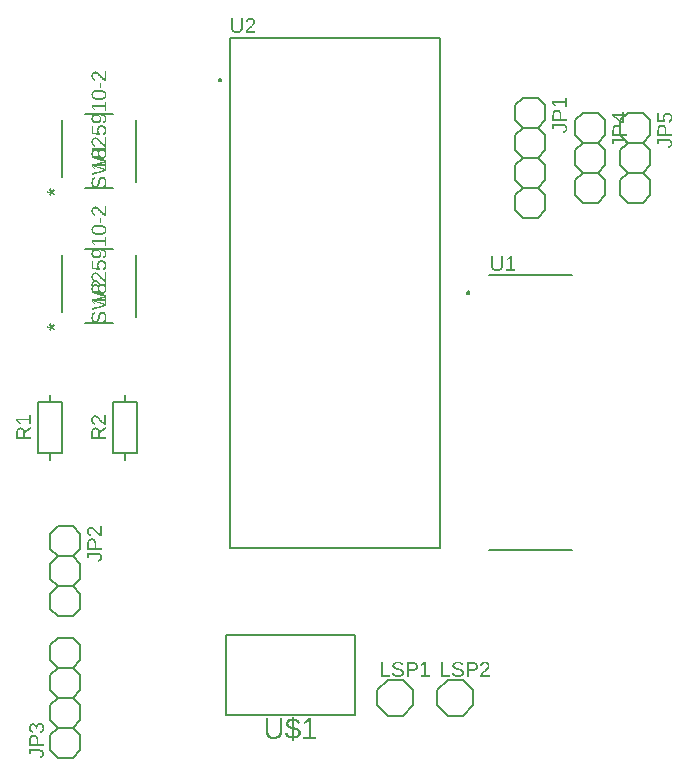
<source format=gbr>
G04 EAGLE Gerber RS-274X export*
G75*
%MOMM*%
%FSLAX34Y34*%
%LPD*%
%INSilkscreen Top*%
%IPPOS*%
%AMOC8*
5,1,8,0,0,1.08239X$1,22.5*%
G01*
G04 Define Apertures*
%ADD10C,0.152400*%
%ADD11C,0.127000*%
%ADD12C,0.200000*%
G36*
X1008888Y742296D02*
X996547Y742296D01*
X996547Y747490D01*
X996562Y747994D01*
X996608Y748469D01*
X996684Y748915D01*
X996790Y749331D01*
X996927Y749718D01*
X997094Y750076D01*
X997292Y750405D01*
X997519Y750704D01*
X997775Y750971D01*
X998055Y751202D01*
X998361Y751398D01*
X998691Y751558D01*
X999046Y751683D01*
X999426Y751772D01*
X999831Y751825D01*
X1000261Y751843D01*
X1000688Y751825D01*
X1001092Y751771D01*
X1001474Y751682D01*
X1001833Y751557D01*
X1002170Y751396D01*
X1002484Y751200D01*
X1002776Y750968D01*
X1003046Y750700D01*
X1003288Y750401D01*
X1003498Y750077D01*
X1003676Y749727D01*
X1003821Y749352D01*
X1003934Y748951D01*
X1004015Y748525D01*
X1004063Y748073D01*
X1004080Y747595D01*
X1004080Y743969D01*
X1008888Y743969D01*
X1008888Y742296D01*
G37*
%LPC*%
G36*
X1002757Y743969D02*
X1002757Y747358D01*
X1002747Y747698D01*
X1002718Y748015D01*
X1002670Y748311D01*
X1002602Y748585D01*
X1002515Y748836D01*
X1002408Y749066D01*
X1002283Y749274D01*
X1002137Y749460D01*
X1001973Y749625D01*
X1001789Y749767D01*
X1001585Y749887D01*
X1001363Y749986D01*
X1001121Y750063D01*
X1000859Y750117D01*
X1000579Y750150D01*
X1000278Y750161D01*
X999989Y750150D01*
X999718Y750116D01*
X999466Y750060D01*
X999232Y749982D01*
X999017Y749881D01*
X998821Y749757D01*
X998644Y749611D01*
X998485Y749443D01*
X998345Y749252D01*
X998224Y749039D01*
X998121Y748803D01*
X998037Y748545D01*
X997971Y748265D01*
X997925Y747962D01*
X997897Y747636D01*
X997887Y747288D01*
X997887Y743969D01*
X1002757Y743969D01*
G37*
%LPD*%
G36*
X1008888Y754160D02*
X1007548Y754160D01*
X1007548Y757304D01*
X998054Y757304D01*
X1000042Y754519D01*
X998553Y754519D01*
X996547Y757435D01*
X996547Y758889D01*
X1007548Y758889D01*
X1007548Y761893D01*
X1008888Y761893D01*
X1008888Y754160D01*
G37*
G36*
X1005823Y732136D02*
X1005551Y733774D01*
X1005798Y733819D01*
X1006031Y733877D01*
X1006250Y733948D01*
X1006455Y734030D01*
X1006647Y734125D01*
X1006824Y734232D01*
X1006987Y734352D01*
X1007136Y734483D01*
X1007270Y734626D01*
X1007385Y734777D01*
X1007483Y734937D01*
X1007563Y735105D01*
X1007626Y735283D01*
X1007670Y735469D01*
X1007697Y735664D01*
X1007706Y735867D01*
X1007696Y736089D01*
X1007666Y736299D01*
X1007618Y736496D01*
X1007549Y736682D01*
X1007461Y736855D01*
X1007353Y737017D01*
X1007226Y737166D01*
X1007079Y737304D01*
X1006914Y737427D01*
X1006730Y737533D01*
X1006528Y737624D01*
X1006308Y737698D01*
X1006069Y737755D01*
X1005812Y737796D01*
X1005538Y737821D01*
X1005244Y737829D01*
X997914Y737829D01*
X997914Y735456D01*
X996547Y735456D01*
X996547Y739493D01*
X1005209Y739493D01*
X1005646Y739478D01*
X1006059Y739432D01*
X1006448Y739356D01*
X1006813Y739250D01*
X1007154Y739113D01*
X1007472Y738946D01*
X1007765Y738749D01*
X1008034Y738521D01*
X1008275Y738267D01*
X1008484Y737990D01*
X1008661Y737691D01*
X1008806Y737369D01*
X1008918Y737025D01*
X1008999Y736659D01*
X1009047Y736270D01*
X1009063Y735858D01*
X1009051Y735476D01*
X1009013Y735114D01*
X1008949Y734772D01*
X1008861Y734450D01*
X1008747Y734148D01*
X1008607Y733865D01*
X1008443Y733603D01*
X1008253Y733360D01*
X1008038Y733137D01*
X1007797Y732935D01*
X1007531Y732752D01*
X1007240Y732589D01*
X1006924Y732446D01*
X1006582Y732323D01*
X1006215Y732219D01*
X1005823Y732136D01*
G37*
G36*
X874712Y271780D02*
X873039Y271780D01*
X873039Y284121D01*
X878233Y284121D01*
X878737Y284106D01*
X879212Y284060D01*
X879658Y283984D01*
X880074Y283878D01*
X880461Y283741D01*
X880819Y283574D01*
X881148Y283376D01*
X881447Y283149D01*
X881714Y282893D01*
X881945Y282613D01*
X882141Y282307D01*
X882301Y281977D01*
X882426Y281622D01*
X882515Y281242D01*
X882568Y280837D01*
X882586Y280407D01*
X882568Y279980D01*
X882514Y279576D01*
X882425Y279194D01*
X882300Y278835D01*
X882139Y278498D01*
X881943Y278184D01*
X881711Y277892D01*
X881443Y277622D01*
X881144Y277380D01*
X880820Y277170D01*
X880470Y276992D01*
X880095Y276847D01*
X879694Y276734D01*
X879268Y276653D01*
X878816Y276605D01*
X878338Y276588D01*
X874712Y276588D01*
X874712Y271780D01*
G37*
%LPC*%
G36*
X878101Y277911D02*
X878441Y277921D01*
X878758Y277950D01*
X879054Y277998D01*
X879328Y278066D01*
X879579Y278153D01*
X879809Y278260D01*
X880017Y278385D01*
X880203Y278531D01*
X880368Y278695D01*
X880510Y278879D01*
X880630Y279083D01*
X880729Y279305D01*
X880806Y279547D01*
X880860Y279809D01*
X880893Y280089D01*
X880904Y280390D01*
X880893Y280679D01*
X880859Y280950D01*
X880803Y281202D01*
X880725Y281436D01*
X880624Y281651D01*
X880500Y281847D01*
X880354Y282024D01*
X880186Y282183D01*
X879995Y282323D01*
X879782Y282444D01*
X879546Y282547D01*
X879288Y282631D01*
X879008Y282697D01*
X878705Y282743D01*
X878379Y282771D01*
X878031Y282781D01*
X874712Y282781D01*
X874712Y277911D01*
X878101Y277911D01*
G37*
%LPD*%
G36*
X865642Y271605D02*
X865093Y271617D01*
X864574Y271654D01*
X864084Y271715D01*
X863624Y271801D01*
X863193Y271911D01*
X862792Y272046D01*
X862421Y272205D01*
X862080Y272389D01*
X861768Y272597D01*
X861485Y272830D01*
X861233Y273087D01*
X861009Y273369D01*
X860816Y273675D01*
X860652Y274005D01*
X860518Y274361D01*
X860413Y274740D01*
X862034Y275064D01*
X862114Y274796D01*
X862213Y274545D01*
X862333Y274313D01*
X862472Y274100D01*
X862630Y273905D01*
X862809Y273729D01*
X863007Y273571D01*
X863225Y273431D01*
X863463Y273309D01*
X863721Y273203D01*
X864000Y273113D01*
X864300Y273040D01*
X864620Y272983D01*
X864961Y272942D01*
X865322Y272918D01*
X865703Y272910D01*
X866097Y272919D01*
X866467Y272945D01*
X866815Y272988D01*
X867139Y273049D01*
X867440Y273127D01*
X867718Y273223D01*
X867972Y273336D01*
X868204Y273466D01*
X868410Y273613D01*
X868589Y273777D01*
X868740Y273956D01*
X868864Y274152D01*
X868960Y274365D01*
X869029Y274593D01*
X869071Y274838D01*
X869084Y275099D01*
X869067Y275387D01*
X869015Y275647D01*
X868929Y275878D01*
X868808Y276080D01*
X868656Y276261D01*
X868477Y276424D01*
X868269Y276571D01*
X868033Y276702D01*
X867772Y276820D01*
X867486Y276928D01*
X867176Y277026D01*
X866842Y277114D01*
X865309Y277473D01*
X864622Y277635D01*
X864023Y277797D01*
X863512Y277959D01*
X863089Y278121D01*
X862730Y278288D01*
X862411Y278464D01*
X862132Y278649D01*
X861893Y278844D01*
X861687Y279052D01*
X861507Y279276D01*
X861352Y279518D01*
X861223Y279777D01*
X861122Y280054D01*
X861049Y280350D01*
X861006Y280667D01*
X860991Y281003D01*
X861010Y281388D01*
X861067Y281750D01*
X861162Y282089D01*
X861295Y282406D01*
X861465Y282700D01*
X861674Y282972D01*
X861920Y283220D01*
X862204Y283446D01*
X862524Y283648D01*
X862876Y283822D01*
X863261Y283969D01*
X863679Y284090D01*
X864130Y284184D01*
X864613Y284251D01*
X865129Y284291D01*
X865677Y284305D01*
X866187Y284295D01*
X866666Y284264D01*
X867115Y284214D01*
X867532Y284144D01*
X867918Y284053D01*
X868274Y283943D01*
X868598Y283812D01*
X868892Y283661D01*
X869159Y283486D01*
X869406Y283282D01*
X869632Y283051D01*
X869837Y282791D01*
X870022Y282502D01*
X870186Y282185D01*
X870329Y281840D01*
X870451Y281467D01*
X868804Y281178D01*
X868728Y281415D01*
X868638Y281635D01*
X868531Y281838D01*
X868410Y282024D01*
X868273Y282194D01*
X868121Y282346D01*
X867953Y282482D01*
X867770Y282601D01*
X867571Y282705D01*
X867353Y282795D01*
X867116Y282871D01*
X866862Y282933D01*
X866589Y282981D01*
X866297Y283016D01*
X865988Y283037D01*
X865660Y283043D01*
X865301Y283036D01*
X864963Y283013D01*
X864648Y282975D01*
X864355Y282921D01*
X864083Y282852D01*
X863834Y282768D01*
X863606Y282668D01*
X863400Y282553D01*
X863217Y282423D01*
X863059Y282278D01*
X862925Y282117D01*
X862815Y281942D01*
X862730Y281752D01*
X862669Y281546D01*
X862633Y281326D01*
X862620Y281090D01*
X862639Y280818D01*
X862696Y280570D01*
X862790Y280347D01*
X862923Y280149D01*
X863090Y279970D01*
X863292Y279805D01*
X863526Y279654D01*
X863794Y279518D01*
X864149Y279382D01*
X864646Y279230D01*
X865284Y279064D01*
X866063Y278883D01*
X867197Y278616D01*
X867750Y278467D01*
X868278Y278292D01*
X868779Y278087D01*
X869246Y277850D01*
X869464Y277716D01*
X869668Y277567D01*
X869856Y277405D01*
X870030Y277228D01*
X870188Y277036D01*
X870327Y276827D01*
X870448Y276602D01*
X870551Y276361D01*
X870634Y276100D01*
X870693Y275818D01*
X870728Y275513D01*
X870740Y275187D01*
X870719Y274772D01*
X870656Y274381D01*
X870552Y274015D01*
X870406Y273672D01*
X870218Y273353D01*
X869988Y273059D01*
X869717Y272788D01*
X869404Y272542D01*
X869053Y272322D01*
X868668Y272132D01*
X868249Y271971D01*
X867796Y271839D01*
X867308Y271737D01*
X866787Y271663D01*
X866232Y271620D01*
X865642Y271605D01*
G37*
G36*
X892636Y271780D02*
X884903Y271780D01*
X884903Y273120D01*
X888047Y273120D01*
X888047Y282614D01*
X885262Y280626D01*
X885262Y282115D01*
X888178Y284121D01*
X889632Y284121D01*
X889632Y273120D01*
X892636Y273120D01*
X892636Y271780D01*
G37*
G36*
X859010Y271780D02*
X851101Y271780D01*
X851101Y284121D01*
X852774Y284121D01*
X852774Y273146D01*
X859010Y273146D01*
X859010Y271780D01*
G37*
G36*
X925512Y271780D02*
X923839Y271780D01*
X923839Y284121D01*
X929033Y284121D01*
X929537Y284106D01*
X930012Y284060D01*
X930458Y283984D01*
X930874Y283878D01*
X931261Y283741D01*
X931619Y283574D01*
X931948Y283376D01*
X932247Y283149D01*
X932514Y282893D01*
X932745Y282613D01*
X932941Y282307D01*
X933101Y281977D01*
X933226Y281622D01*
X933315Y281242D01*
X933368Y280837D01*
X933386Y280407D01*
X933368Y279980D01*
X933314Y279576D01*
X933225Y279194D01*
X933100Y278835D01*
X932939Y278498D01*
X932743Y278184D01*
X932511Y277892D01*
X932243Y277622D01*
X931944Y277380D01*
X931620Y277170D01*
X931270Y276992D01*
X930895Y276847D01*
X930494Y276734D01*
X930068Y276653D01*
X929616Y276605D01*
X929138Y276588D01*
X925512Y276588D01*
X925512Y271780D01*
G37*
%LPC*%
G36*
X928901Y277911D02*
X929241Y277921D01*
X929558Y277950D01*
X929854Y277998D01*
X930128Y278066D01*
X930379Y278153D01*
X930609Y278260D01*
X930817Y278385D01*
X931003Y278531D01*
X931168Y278695D01*
X931310Y278879D01*
X931430Y279083D01*
X931529Y279305D01*
X931606Y279547D01*
X931660Y279809D01*
X931693Y280089D01*
X931704Y280390D01*
X931693Y280679D01*
X931659Y280950D01*
X931603Y281202D01*
X931525Y281436D01*
X931424Y281651D01*
X931300Y281847D01*
X931154Y282024D01*
X930986Y282183D01*
X930795Y282323D01*
X930582Y282444D01*
X930346Y282547D01*
X930088Y282631D01*
X929808Y282697D01*
X929505Y282743D01*
X929179Y282771D01*
X928831Y282781D01*
X925512Y282781D01*
X925512Y277911D01*
X928901Y277911D01*
G37*
%LPD*%
G36*
X916442Y271605D02*
X915893Y271617D01*
X915374Y271654D01*
X914884Y271715D01*
X914424Y271801D01*
X913993Y271911D01*
X913592Y272046D01*
X913221Y272205D01*
X912880Y272389D01*
X912568Y272597D01*
X912285Y272830D01*
X912033Y273087D01*
X911809Y273369D01*
X911616Y273675D01*
X911452Y274005D01*
X911318Y274361D01*
X911213Y274740D01*
X912834Y275064D01*
X912914Y274796D01*
X913013Y274545D01*
X913133Y274313D01*
X913272Y274100D01*
X913430Y273905D01*
X913609Y273729D01*
X913807Y273571D01*
X914025Y273431D01*
X914263Y273309D01*
X914521Y273203D01*
X914800Y273113D01*
X915100Y273040D01*
X915420Y272983D01*
X915761Y272942D01*
X916122Y272918D01*
X916503Y272910D01*
X916897Y272919D01*
X917267Y272945D01*
X917615Y272988D01*
X917939Y273049D01*
X918240Y273127D01*
X918518Y273223D01*
X918772Y273336D01*
X919004Y273466D01*
X919210Y273613D01*
X919389Y273777D01*
X919540Y273956D01*
X919664Y274152D01*
X919760Y274365D01*
X919829Y274593D01*
X919871Y274838D01*
X919884Y275099D01*
X919867Y275387D01*
X919815Y275647D01*
X919729Y275878D01*
X919608Y276080D01*
X919456Y276261D01*
X919277Y276424D01*
X919069Y276571D01*
X918833Y276702D01*
X918572Y276820D01*
X918286Y276928D01*
X917976Y277026D01*
X917642Y277114D01*
X916109Y277473D01*
X915422Y277635D01*
X914823Y277797D01*
X914312Y277959D01*
X913889Y278121D01*
X913530Y278288D01*
X913211Y278464D01*
X912932Y278649D01*
X912693Y278844D01*
X912487Y279052D01*
X912307Y279276D01*
X912152Y279518D01*
X912023Y279777D01*
X911922Y280054D01*
X911849Y280350D01*
X911806Y280667D01*
X911791Y281003D01*
X911810Y281388D01*
X911867Y281750D01*
X911962Y282089D01*
X912095Y282406D01*
X912265Y282700D01*
X912474Y282972D01*
X912720Y283220D01*
X913004Y283446D01*
X913324Y283648D01*
X913676Y283822D01*
X914061Y283969D01*
X914479Y284090D01*
X914930Y284184D01*
X915413Y284251D01*
X915929Y284291D01*
X916477Y284305D01*
X916987Y284295D01*
X917466Y284264D01*
X917915Y284214D01*
X918332Y284144D01*
X918718Y284053D01*
X919074Y283943D01*
X919398Y283812D01*
X919692Y283661D01*
X919959Y283486D01*
X920206Y283282D01*
X920432Y283051D01*
X920637Y282791D01*
X920822Y282502D01*
X920986Y282185D01*
X921129Y281840D01*
X921251Y281467D01*
X919604Y281178D01*
X919528Y281415D01*
X919438Y281635D01*
X919331Y281838D01*
X919210Y282024D01*
X919073Y282194D01*
X918921Y282346D01*
X918753Y282482D01*
X918570Y282601D01*
X918371Y282705D01*
X918153Y282795D01*
X917916Y282871D01*
X917662Y282933D01*
X917389Y282981D01*
X917097Y283016D01*
X916788Y283037D01*
X916460Y283043D01*
X916101Y283036D01*
X915763Y283013D01*
X915448Y282975D01*
X915155Y282921D01*
X914883Y282852D01*
X914634Y282768D01*
X914406Y282668D01*
X914200Y282553D01*
X914017Y282423D01*
X913859Y282278D01*
X913725Y282117D01*
X913615Y281942D01*
X913530Y281752D01*
X913469Y281546D01*
X913433Y281326D01*
X913420Y281090D01*
X913439Y280818D01*
X913496Y280570D01*
X913590Y280347D01*
X913723Y280149D01*
X913890Y279970D01*
X914092Y279805D01*
X914326Y279654D01*
X914594Y279518D01*
X914949Y279382D01*
X915446Y279230D01*
X916084Y279064D01*
X916863Y278883D01*
X917997Y278616D01*
X918550Y278467D01*
X919078Y278292D01*
X919579Y278087D01*
X920046Y277850D01*
X920264Y277716D01*
X920468Y277567D01*
X920656Y277405D01*
X920830Y277228D01*
X920988Y277036D01*
X921127Y276827D01*
X921248Y276602D01*
X921351Y276361D01*
X921434Y276100D01*
X921493Y275818D01*
X921528Y275513D01*
X921540Y275187D01*
X921519Y274772D01*
X921456Y274381D01*
X921352Y274015D01*
X921206Y273672D01*
X921018Y273353D01*
X920788Y273059D01*
X920517Y272788D01*
X920204Y272542D01*
X919853Y272322D01*
X919468Y272132D01*
X919049Y271971D01*
X918596Y271839D01*
X918108Y271737D01*
X917587Y271663D01*
X917032Y271620D01*
X916442Y271605D01*
G37*
G36*
X943410Y271780D02*
X935238Y271780D01*
X935238Y272892D01*
X935474Y273390D01*
X935734Y273857D01*
X936019Y274294D01*
X936329Y274701D01*
X936655Y275084D01*
X936989Y275448D01*
X937331Y275793D01*
X937682Y276120D01*
X938388Y276732D01*
X939088Y277298D01*
X939750Y277841D01*
X940345Y278384D01*
X940611Y278659D01*
X940852Y278940D01*
X941065Y279228D01*
X941251Y279523D01*
X941402Y279830D01*
X941511Y280158D01*
X941575Y280505D01*
X941597Y280871D01*
X941588Y281118D01*
X941560Y281351D01*
X941513Y281569D01*
X941448Y281773D01*
X941364Y281963D01*
X941262Y282139D01*
X941141Y282301D01*
X941002Y282448D01*
X940845Y282579D01*
X940675Y282693D01*
X940490Y282789D01*
X940290Y282868D01*
X940076Y282930D01*
X939847Y282973D01*
X939604Y283000D01*
X939346Y283008D01*
X939100Y283000D01*
X938865Y282974D01*
X938641Y282931D01*
X938428Y282872D01*
X938226Y282795D01*
X938035Y282701D01*
X937855Y282589D01*
X937686Y282461D01*
X937532Y282317D01*
X937394Y282160D01*
X937273Y281988D01*
X937169Y281803D01*
X937081Y281604D01*
X937011Y281391D01*
X936957Y281164D01*
X936920Y280924D01*
X935308Y281073D01*
X935366Y281433D01*
X935453Y281775D01*
X935567Y282098D01*
X935710Y282402D01*
X935882Y282687D01*
X936081Y282953D01*
X936309Y283200D01*
X936565Y283429D01*
X936845Y283634D01*
X937145Y283812D01*
X937463Y283963D01*
X937801Y284086D01*
X938159Y284182D01*
X938535Y284250D01*
X938931Y284291D01*
X939346Y284305D01*
X939799Y284291D01*
X940225Y284250D01*
X940624Y284181D01*
X940996Y284085D01*
X941341Y283961D01*
X941659Y283810D01*
X941950Y283631D01*
X942215Y283424D01*
X942450Y283193D01*
X942653Y282938D01*
X942826Y282660D01*
X942967Y282359D01*
X943076Y282035D01*
X943155Y281688D01*
X943202Y281317D01*
X943217Y280924D01*
X943197Y280565D01*
X943135Y280208D01*
X943033Y279852D01*
X942889Y279496D01*
X942705Y279142D01*
X942481Y278787D01*
X942216Y278432D01*
X941912Y278077D01*
X941514Y277674D01*
X940969Y277173D01*
X940275Y276575D01*
X939434Y275879D01*
X938956Y275477D01*
X938529Y275096D01*
X938154Y274735D01*
X937831Y274394D01*
X937554Y274067D01*
X937319Y273745D01*
X937125Y273430D01*
X936973Y273120D01*
X943410Y273120D01*
X943410Y271780D01*
G37*
G36*
X909810Y271780D02*
X901901Y271780D01*
X901901Y284121D01*
X903574Y284121D01*
X903574Y273146D01*
X909810Y273146D01*
X909810Y271780D01*
G37*
G36*
X555000Y472603D02*
X542659Y472603D01*
X542659Y478410D01*
X542674Y478916D01*
X542718Y479392D01*
X542790Y479839D01*
X542892Y480257D01*
X543024Y480644D01*
X543184Y481002D01*
X543373Y481330D01*
X543592Y481628D01*
X543837Y481894D01*
X544104Y482125D01*
X544394Y482320D01*
X544708Y482479D01*
X545044Y482603D01*
X545403Y482692D01*
X545784Y482745D01*
X546189Y482763D01*
X546526Y482750D01*
X546849Y482713D01*
X547159Y482650D01*
X547455Y482562D01*
X547737Y482450D01*
X548005Y482312D01*
X548260Y482149D01*
X548501Y481961D01*
X548725Y481751D01*
X548927Y481522D01*
X549107Y481275D01*
X549173Y481164D01*
X549265Y481008D01*
X549402Y480722D01*
X549518Y480417D01*
X549611Y480093D01*
X549684Y479750D01*
X551947Y481241D01*
X555000Y483253D01*
X555000Y481326D01*
X549876Y478121D01*
X549876Y474276D01*
X555000Y474276D01*
X555000Y472603D01*
G37*
%LPC*%
G36*
X548554Y474276D02*
X548554Y478313D01*
X548544Y478635D01*
X548515Y478937D01*
X548467Y479221D01*
X548399Y479486D01*
X548313Y479732D01*
X548206Y479960D01*
X548081Y480168D01*
X547936Y480358D01*
X547774Y480528D01*
X547597Y480675D01*
X547404Y480799D01*
X547195Y480900D01*
X546971Y480979D01*
X546732Y481036D01*
X546477Y481070D01*
X546206Y481081D01*
X545945Y481070D01*
X545700Y481035D01*
X545471Y480978D01*
X545257Y480898D01*
X545060Y480795D01*
X544879Y480670D01*
X544713Y480521D01*
X544564Y480350D01*
X544432Y480157D01*
X544317Y479944D01*
X544220Y479711D01*
X544141Y479457D01*
X544079Y479184D01*
X544035Y478890D01*
X544008Y478577D01*
X543999Y478243D01*
X543999Y474276D01*
X548554Y474276D01*
G37*
%LPD*%
G36*
X555000Y485466D02*
X553660Y485466D01*
X553660Y488611D01*
X544166Y488611D01*
X546154Y485825D01*
X544665Y485825D01*
X542659Y488742D01*
X542659Y490196D01*
X553660Y490196D01*
X553660Y493200D01*
X555000Y493200D01*
X555000Y485466D01*
G37*
G36*
X618500Y472603D02*
X606159Y472603D01*
X606159Y478410D01*
X606174Y478916D01*
X606218Y479392D01*
X606290Y479839D01*
X606392Y480257D01*
X606524Y480644D01*
X606684Y481002D01*
X606873Y481330D01*
X607092Y481628D01*
X607337Y481894D01*
X607604Y482125D01*
X607894Y482320D01*
X608208Y482479D01*
X608544Y482603D01*
X608903Y482692D01*
X609284Y482745D01*
X609689Y482763D01*
X610026Y482750D01*
X610349Y482713D01*
X610659Y482650D01*
X610955Y482562D01*
X611237Y482450D01*
X611505Y482312D01*
X611760Y482149D01*
X612001Y481961D01*
X612225Y481751D01*
X612427Y481522D01*
X612607Y481275D01*
X612673Y481164D01*
X612765Y481008D01*
X612902Y480722D01*
X613018Y480417D01*
X613111Y480093D01*
X613184Y479750D01*
X615447Y481241D01*
X618500Y483253D01*
X618500Y481326D01*
X613376Y478121D01*
X613376Y474276D01*
X618500Y474276D01*
X618500Y472603D01*
G37*
%LPC*%
G36*
X612054Y474276D02*
X612054Y478313D01*
X612044Y478635D01*
X612015Y478937D01*
X611967Y479221D01*
X611899Y479486D01*
X611813Y479732D01*
X611706Y479960D01*
X611581Y480168D01*
X611436Y480358D01*
X611274Y480528D01*
X611097Y480675D01*
X610904Y480799D01*
X610695Y480900D01*
X610471Y480979D01*
X610232Y481036D01*
X609977Y481070D01*
X609706Y481081D01*
X609445Y481070D01*
X609200Y481035D01*
X608971Y480978D01*
X608757Y480898D01*
X608560Y480795D01*
X608379Y480670D01*
X608213Y480521D01*
X608064Y480350D01*
X607932Y480157D01*
X607817Y479944D01*
X607720Y479711D01*
X607641Y479457D01*
X607579Y479184D01*
X607535Y478890D01*
X607508Y478577D01*
X607499Y478243D01*
X607499Y474276D01*
X612054Y474276D01*
G37*
%LPD*%
G36*
X618500Y485002D02*
X617388Y485002D01*
X616890Y485238D01*
X616423Y485498D01*
X615986Y485783D01*
X615579Y486093D01*
X615196Y486419D01*
X614832Y486753D01*
X614487Y487095D01*
X614160Y487446D01*
X613548Y488152D01*
X612982Y488852D01*
X612439Y489514D01*
X611896Y490108D01*
X611621Y490375D01*
X611340Y490615D01*
X611052Y490828D01*
X610757Y491015D01*
X610450Y491166D01*
X610122Y491274D01*
X609775Y491339D01*
X609409Y491361D01*
X609162Y491352D01*
X608929Y491324D01*
X608711Y491277D01*
X608507Y491212D01*
X608317Y491128D01*
X608141Y491026D01*
X607979Y490905D01*
X607832Y490765D01*
X607701Y490609D01*
X607587Y490438D01*
X607491Y490253D01*
X607412Y490054D01*
X607350Y489839D01*
X607307Y489611D01*
X607280Y489368D01*
X607272Y489110D01*
X607280Y488864D01*
X607306Y488628D01*
X607349Y488404D01*
X607408Y488191D01*
X607485Y487989D01*
X607579Y487799D01*
X607691Y487619D01*
X607819Y487450D01*
X607963Y487295D01*
X608120Y487158D01*
X608292Y487037D01*
X608477Y486932D01*
X608676Y486845D01*
X608889Y486774D01*
X609116Y486721D01*
X609356Y486684D01*
X609207Y485072D01*
X608847Y485130D01*
X608505Y485216D01*
X608182Y485331D01*
X607878Y485474D01*
X607593Y485645D01*
X607327Y485845D01*
X607080Y486073D01*
X606851Y486329D01*
X606646Y486609D01*
X606468Y486908D01*
X606317Y487227D01*
X606194Y487565D01*
X606098Y487922D01*
X606030Y488299D01*
X605989Y488695D01*
X605975Y489110D01*
X605989Y489563D01*
X606030Y489989D01*
X606099Y490388D01*
X606195Y490760D01*
X606319Y491105D01*
X606470Y491423D01*
X606649Y491714D01*
X606856Y491978D01*
X607087Y492213D01*
X607342Y492417D01*
X607620Y492589D01*
X607921Y492730D01*
X608245Y492840D01*
X608592Y492918D01*
X608963Y492965D01*
X609356Y492981D01*
X609715Y492961D01*
X610072Y492899D01*
X610428Y492796D01*
X610784Y492653D01*
X611138Y492469D01*
X611493Y492244D01*
X611848Y491980D01*
X612203Y491676D01*
X612606Y491278D01*
X613107Y490732D01*
X613705Y490039D01*
X614401Y489197D01*
X614803Y488720D01*
X615184Y488293D01*
X615545Y487918D01*
X615886Y487595D01*
X616213Y487318D01*
X616535Y487082D01*
X616850Y486889D01*
X617160Y486736D01*
X617160Y493174D01*
X618500Y493174D01*
X618500Y485002D01*
G37*
G36*
X571649Y678723D02*
X570475Y679117D01*
X571413Y681456D01*
X568811Y681351D01*
X568811Y682542D01*
X571395Y682428D01*
X570493Y684740D01*
X571649Y685134D01*
X572288Y682664D01*
X574478Y684285D01*
X575109Y683242D01*
X572849Y681929D01*
X575091Y680562D01*
X574461Y679520D01*
X572288Y681175D01*
X571649Y678723D01*
G37*
G36*
X606403Y696070D02*
X606403Y697813D01*
X614242Y700028D01*
X615735Y700407D01*
X617273Y700755D01*
X615171Y701241D01*
X614196Y701497D01*
X612409Y701987D01*
X606403Y703672D01*
X606403Y705275D01*
X614084Y707421D01*
X615823Y707859D01*
X617273Y708191D01*
X616966Y708270D01*
X615324Y708656D01*
X612776Y709345D01*
X606403Y711117D01*
X606403Y712860D01*
X618744Y709225D01*
X618744Y707228D01*
X610905Y705091D01*
X609878Y704833D01*
X608269Y704478D01*
X609968Y704092D01*
X612504Y703416D01*
X618744Y701701D01*
X618744Y699704D01*
X606403Y696070D01*
G37*
G36*
X615784Y684837D02*
X615460Y686457D01*
X615728Y686537D01*
X615979Y686636D01*
X616211Y686756D01*
X616424Y686895D01*
X616619Y687054D01*
X616796Y687232D01*
X616954Y687430D01*
X617093Y687648D01*
X617215Y687886D01*
X617321Y688145D01*
X617411Y688424D01*
X617484Y688723D01*
X617541Y689043D01*
X617582Y689384D01*
X617606Y689745D01*
X617614Y690127D01*
X617605Y690520D01*
X617579Y690891D01*
X617536Y691238D01*
X617475Y691562D01*
X617397Y691863D01*
X617301Y692141D01*
X617188Y692396D01*
X617058Y692627D01*
X616911Y692834D01*
X616747Y693012D01*
X616568Y693164D01*
X616372Y693287D01*
X616159Y693384D01*
X615931Y693452D01*
X615686Y693494D01*
X615425Y693508D01*
X615137Y693490D01*
X614877Y693439D01*
X614646Y693352D01*
X614444Y693232D01*
X614263Y693080D01*
X614100Y692900D01*
X613953Y692692D01*
X613822Y692456D01*
X613704Y692195D01*
X613596Y691909D01*
X613498Y691599D01*
X613410Y691265D01*
X613051Y689733D01*
X612889Y689045D01*
X612727Y688446D01*
X612565Y687935D01*
X612403Y687512D01*
X612236Y687153D01*
X612060Y686835D01*
X611875Y686556D01*
X611680Y686317D01*
X611473Y686111D01*
X611248Y685930D01*
X611006Y685776D01*
X610747Y685647D01*
X610470Y685545D01*
X610174Y685473D01*
X609857Y685429D01*
X609521Y685415D01*
X609136Y685434D01*
X608774Y685490D01*
X608435Y685585D01*
X608118Y685718D01*
X607824Y685888D01*
X607552Y686097D01*
X607304Y686343D01*
X607078Y686628D01*
X606876Y686947D01*
X606702Y687300D01*
X606555Y687685D01*
X606434Y688102D01*
X606340Y688553D01*
X606273Y689036D01*
X606233Y689552D01*
X606219Y690100D01*
X606229Y690610D01*
X606260Y691090D01*
X606310Y691538D01*
X606380Y691955D01*
X606471Y692341D01*
X606581Y692697D01*
X606712Y693021D01*
X606863Y693315D01*
X607038Y693582D01*
X607242Y693829D01*
X607473Y694055D01*
X607733Y694261D01*
X608022Y694445D01*
X608339Y694609D01*
X608684Y694752D01*
X609057Y694874D01*
X609346Y693227D01*
X609109Y693152D01*
X608889Y693061D01*
X608686Y692955D01*
X608500Y692833D01*
X608330Y692696D01*
X608178Y692544D01*
X608042Y692377D01*
X607923Y692194D01*
X607819Y691994D01*
X607729Y691776D01*
X607653Y691540D01*
X607591Y691285D01*
X607543Y691012D01*
X607508Y690721D01*
X607487Y690411D01*
X607481Y690083D01*
X607488Y689724D01*
X607511Y689387D01*
X607550Y689071D01*
X607603Y688778D01*
X607672Y688506D01*
X607756Y688257D01*
X607856Y688029D01*
X607971Y687823D01*
X608101Y687641D01*
X608246Y687482D01*
X608407Y687348D01*
X608582Y687239D01*
X608772Y687153D01*
X608978Y687092D01*
X609198Y687056D01*
X609434Y687044D01*
X609706Y687063D01*
X609954Y687119D01*
X610177Y687214D01*
X610375Y687346D01*
X610554Y687514D01*
X610719Y687715D01*
X610870Y687949D01*
X611006Y688217D01*
X611142Y688573D01*
X611294Y689069D01*
X611460Y689707D01*
X611641Y690486D01*
X611908Y691620D01*
X612057Y692173D01*
X612232Y692702D01*
X612437Y693202D01*
X612674Y693670D01*
X612808Y693888D01*
X612957Y694091D01*
X613119Y694280D01*
X613296Y694453D01*
X613488Y694611D01*
X613697Y694750D01*
X613922Y694871D01*
X614163Y694975D01*
X614424Y695057D01*
X614706Y695116D01*
X615011Y695151D01*
X615337Y695163D01*
X615752Y695142D01*
X616143Y695079D01*
X616510Y694975D01*
X616852Y694829D01*
X617171Y694641D01*
X617465Y694412D01*
X617736Y694140D01*
X617982Y693827D01*
X618202Y693476D01*
X618392Y693091D01*
X618553Y692672D01*
X618685Y692219D01*
X618787Y691732D01*
X618861Y691210D01*
X618905Y690655D01*
X618919Y690065D01*
X618907Y689516D01*
X618870Y688997D01*
X618809Y688507D01*
X618723Y688047D01*
X618613Y687617D01*
X618478Y687216D01*
X618319Y686844D01*
X618135Y686503D01*
X617927Y686191D01*
X617694Y685909D01*
X617437Y685656D01*
X617155Y685433D01*
X616849Y685239D01*
X616519Y685075D01*
X616163Y684941D01*
X615784Y684837D01*
G37*
G36*
X618744Y714295D02*
X617404Y714295D01*
X617404Y717439D01*
X607910Y717439D01*
X609898Y714654D01*
X608409Y714654D01*
X606403Y717570D01*
X606403Y719024D01*
X617404Y719024D01*
X617404Y722028D01*
X618744Y722028D01*
X618744Y714295D01*
G37*
G36*
X612569Y760029D02*
X611799Y760045D01*
X611079Y760094D01*
X610409Y760175D01*
X609788Y760289D01*
X609218Y760435D01*
X608697Y760613D01*
X608226Y760824D01*
X607805Y761067D01*
X607433Y761345D01*
X607111Y761661D01*
X606839Y762015D01*
X606616Y762406D01*
X606442Y762835D01*
X606374Y763063D01*
X606318Y763301D01*
X606275Y763549D01*
X606244Y763805D01*
X606226Y764072D01*
X606219Y764347D01*
X606226Y764615D01*
X606244Y764875D01*
X606276Y765125D01*
X606319Y765366D01*
X606376Y765599D01*
X606445Y765822D01*
X606620Y766242D01*
X606845Y766627D01*
X607121Y766976D01*
X607446Y767289D01*
X607822Y767566D01*
X608247Y767809D01*
X608720Y768020D01*
X609241Y768198D01*
X609810Y768344D01*
X610428Y768458D01*
X611093Y768539D01*
X611807Y768588D01*
X612569Y768604D01*
X613319Y768587D01*
X614024Y768536D01*
X614682Y768450D01*
X615295Y768331D01*
X615863Y768178D01*
X616384Y767990D01*
X616860Y767769D01*
X617290Y767513D01*
X617672Y767225D01*
X618003Y766903D01*
X618283Y766550D01*
X618512Y766163D01*
X618690Y765745D01*
X618817Y765294D01*
X618862Y765056D01*
X618894Y764810D01*
X618913Y764557D01*
X618919Y764295D01*
X618913Y764033D01*
X618894Y763779D01*
X618862Y763534D01*
X618818Y763297D01*
X618691Y762847D01*
X618514Y762431D01*
X618286Y762048D01*
X618008Y761698D01*
X617679Y761381D01*
X617299Y761098D01*
X616871Y760847D01*
X616396Y760630D01*
X615874Y760447D01*
X615306Y760296D01*
X614692Y760179D01*
X614031Y760096D01*
X613323Y760046D01*
X612569Y760029D01*
G37*
%LPC*%
G36*
X612569Y761623D02*
X613204Y761633D01*
X613795Y761663D01*
X614342Y761714D01*
X614844Y761784D01*
X615303Y761875D01*
X615717Y761985D01*
X616088Y762116D01*
X616414Y762267D01*
X616700Y762440D01*
X616947Y762636D01*
X617156Y762856D01*
X617327Y763100D01*
X617460Y763368D01*
X617556Y763659D01*
X617613Y763974D01*
X617632Y764312D01*
X617612Y764649D01*
X617554Y764962D01*
X617457Y765252D01*
X617321Y765519D01*
X617146Y765762D01*
X616932Y765982D01*
X616679Y766179D01*
X616388Y766353D01*
X616056Y766505D01*
X615683Y766636D01*
X615268Y766748D01*
X614811Y766839D01*
X614313Y766910D01*
X613774Y766960D01*
X613192Y766991D01*
X612569Y767001D01*
X611924Y766991D01*
X611326Y766962D01*
X610773Y766914D01*
X610266Y766847D01*
X609805Y766760D01*
X609390Y766654D01*
X609021Y766528D01*
X608698Y766384D01*
X608417Y766217D01*
X608173Y766025D01*
X607967Y765808D01*
X607798Y765566D01*
X607667Y765299D01*
X607573Y765007D01*
X607517Y764689D01*
X607498Y764347D01*
X607517Y763996D01*
X607572Y763671D01*
X607664Y763372D01*
X607794Y763098D01*
X607960Y762850D01*
X608163Y762627D01*
X608403Y762430D01*
X608680Y762258D01*
X609000Y762109D01*
X609367Y761980D01*
X609782Y761871D01*
X610244Y761782D01*
X610754Y761713D01*
X611311Y761663D01*
X611916Y761633D01*
X612569Y761623D01*
G37*
%LPD*%
G36*
X615319Y710264D02*
X615023Y710275D01*
X614739Y710308D01*
X614467Y710362D01*
X614207Y710437D01*
X613959Y710535D01*
X613723Y710653D01*
X613499Y710794D01*
X613287Y710956D01*
X613092Y711135D01*
X612916Y711326D01*
X612761Y711529D01*
X612626Y711744D01*
X612512Y711972D01*
X612417Y712211D01*
X612343Y712462D01*
X612289Y712725D01*
X612254Y712725D01*
X612186Y712480D01*
X612101Y712248D01*
X611999Y712030D01*
X611880Y711824D01*
X611743Y711632D01*
X611589Y711454D01*
X611418Y711288D01*
X611229Y711136D01*
X611028Y710999D01*
X610818Y710881D01*
X610600Y710781D01*
X610373Y710699D01*
X610138Y710635D01*
X609894Y710590D01*
X609642Y710562D01*
X609381Y710553D01*
X609037Y710570D01*
X608709Y710619D01*
X608399Y710702D01*
X608105Y710817D01*
X607827Y710966D01*
X607566Y711147D01*
X607322Y711361D01*
X607095Y711609D01*
X606890Y711884D01*
X606712Y712182D01*
X606561Y712502D01*
X606438Y712845D01*
X606342Y713210D01*
X606274Y713598D01*
X606233Y714009D01*
X606219Y714442D01*
X606233Y714886D01*
X606273Y715305D01*
X606340Y715701D01*
X606434Y716072D01*
X606555Y716420D01*
X606702Y716744D01*
X606876Y717043D01*
X607078Y717319D01*
X607302Y717567D01*
X607545Y717781D01*
X607806Y717962D01*
X608087Y718111D01*
X608387Y718226D01*
X608705Y718309D01*
X609042Y718358D01*
X609399Y718375D01*
X609659Y718366D01*
X609912Y718338D01*
X610155Y718292D01*
X610391Y718228D01*
X610617Y718145D01*
X610836Y718045D01*
X611045Y717925D01*
X611247Y717788D01*
X611435Y717634D01*
X611604Y717468D01*
X611619Y717450D01*
X611755Y717287D01*
X611888Y717094D01*
X612003Y716887D01*
X612099Y716666D01*
X612177Y716432D01*
X612236Y716185D01*
X612271Y716185D01*
X612329Y716472D01*
X612406Y716743D01*
X612503Y716998D01*
X612619Y717236D01*
X612754Y717458D01*
X612908Y717663D01*
X613081Y717852D01*
X613237Y717991D01*
X613274Y718024D01*
X613483Y718178D01*
X613705Y718312D01*
X613939Y718425D01*
X614186Y718517D01*
X614446Y718589D01*
X614719Y718640D01*
X615004Y718671D01*
X615302Y718681D01*
X615717Y718664D01*
X616109Y718613D01*
X616477Y718528D01*
X616822Y718410D01*
X617143Y718257D01*
X617440Y718070D01*
X617714Y717850D01*
X617965Y717595D01*
X618188Y717309D01*
X618382Y716993D01*
X618546Y716648D01*
X618681Y716273D01*
X618785Y715868D01*
X618860Y715434D01*
X618904Y714970D01*
X618919Y714477D01*
X618905Y713996D01*
X618861Y713541D01*
X618787Y713114D01*
X618685Y712713D01*
X618553Y712340D01*
X618392Y711993D01*
X618202Y711674D01*
X617982Y711381D01*
X617735Y711119D01*
X617464Y710892D01*
X617168Y710700D01*
X616848Y710543D01*
X616503Y710421D01*
X616133Y710334D01*
X615738Y710282D01*
X615319Y710264D01*
G37*
%LPC*%
G36*
X615188Y711893D02*
X615497Y711904D01*
X615785Y711934D01*
X616054Y711985D01*
X616303Y712056D01*
X616532Y712147D01*
X616741Y712259D01*
X616930Y712391D01*
X617100Y712544D01*
X617249Y712716D01*
X617378Y712909D01*
X617488Y713123D01*
X617578Y713357D01*
X617647Y713611D01*
X617697Y713885D01*
X617727Y714180D01*
X617737Y714495D01*
X617727Y714806D01*
X617698Y715097D01*
X617650Y715368D01*
X617582Y715618D01*
X617496Y715847D01*
X617389Y716056D01*
X617264Y716245D01*
X617119Y716413D01*
X616954Y716561D01*
X616765Y716689D01*
X616553Y716797D01*
X616319Y716886D01*
X616062Y716955D01*
X615782Y717004D01*
X615479Y717034D01*
X615153Y717043D01*
X614875Y717033D01*
X614615Y717001D01*
X614372Y716947D01*
X614147Y716873D01*
X613939Y716777D01*
X613750Y716659D01*
X613578Y716520D01*
X613423Y716360D01*
X613287Y716181D01*
X613168Y715984D01*
X613068Y715770D01*
X612986Y715539D01*
X612923Y715291D01*
X612877Y715025D01*
X612850Y714742D01*
X612841Y714442D01*
X612851Y714150D01*
X612880Y713875D01*
X612929Y713616D01*
X612997Y713374D01*
X613085Y713147D01*
X613193Y712938D01*
X613320Y712745D01*
X613467Y712568D01*
X613631Y712410D01*
X613809Y712273D01*
X614003Y712157D01*
X614210Y712062D01*
X614433Y711988D01*
X614670Y711936D01*
X614922Y711904D01*
X615188Y711893D01*
G37*
G36*
X609486Y712165D02*
X609743Y712174D01*
X609985Y712202D01*
X610210Y712249D01*
X610420Y712315D01*
X610614Y712399D01*
X610793Y712502D01*
X610955Y712624D01*
X611102Y712765D01*
X611233Y712923D01*
X611346Y713096D01*
X611441Y713284D01*
X611519Y713488D01*
X611580Y713708D01*
X611624Y713943D01*
X611650Y714194D01*
X611658Y714460D01*
X611650Y714729D01*
X611626Y714983D01*
X611586Y715219D01*
X611530Y715439D01*
X611458Y715643D01*
X611370Y715830D01*
X611266Y716000D01*
X611146Y716154D01*
X611008Y716291D01*
X610850Y716409D01*
X610672Y716509D01*
X610475Y716591D01*
X610257Y716655D01*
X610020Y716700D01*
X609763Y716728D01*
X609486Y716737D01*
X609233Y716728D01*
X608996Y716701D01*
X608775Y716656D01*
X608570Y716593D01*
X608382Y716513D01*
X608211Y716414D01*
X608055Y716298D01*
X607916Y716163D01*
X607794Y716011D01*
X607687Y715840D01*
X607597Y715652D01*
X607524Y715446D01*
X607467Y715222D01*
X607426Y714980D01*
X607401Y714720D01*
X607393Y714442D01*
X607401Y714172D01*
X607426Y713919D01*
X607467Y713682D01*
X607524Y713462D01*
X607598Y713259D01*
X607689Y713072D01*
X607795Y712901D01*
X607918Y712747D01*
X608058Y712611D01*
X608214Y712492D01*
X608385Y712392D01*
X608573Y712310D01*
X608777Y712247D01*
X608997Y712201D01*
X609234Y712174D01*
X609486Y712165D01*
G37*
%LPD*%
G36*
X610371Y740232D02*
X609900Y740249D01*
X609455Y740300D01*
X609036Y740385D01*
X608642Y740503D01*
X608275Y740656D01*
X607933Y740843D01*
X607617Y741063D01*
X607327Y741318D01*
X607068Y741603D01*
X606843Y741914D01*
X606652Y742252D01*
X606496Y742616D01*
X606375Y743007D01*
X606289Y743425D01*
X606237Y743869D01*
X606219Y744340D01*
X606225Y744593D01*
X606243Y744839D01*
X606315Y745306D01*
X606434Y745743D01*
X606600Y746148D01*
X606815Y746522D01*
X607077Y746865D01*
X607386Y747177D01*
X607743Y747458D01*
X608148Y747706D01*
X608601Y747921D01*
X609102Y748103D01*
X609650Y748252D01*
X610247Y748368D01*
X610891Y748451D01*
X611584Y748501D01*
X612324Y748517D01*
X613096Y748499D01*
X613822Y748445D01*
X614502Y748354D01*
X615136Y748227D01*
X615723Y748064D01*
X616265Y747865D01*
X616761Y747629D01*
X617211Y747357D01*
X617612Y747051D01*
X617958Y746715D01*
X618252Y746348D01*
X618492Y745950D01*
X618679Y745521D01*
X618752Y745295D01*
X618812Y745062D01*
X618859Y744821D01*
X618892Y744572D01*
X618912Y744315D01*
X618919Y744051D01*
X618910Y743698D01*
X618881Y743364D01*
X618834Y743047D01*
X618767Y742749D01*
X618681Y742468D01*
X618577Y742206D01*
X618453Y741961D01*
X618310Y741734D01*
X618147Y741524D01*
X617959Y741329D01*
X617749Y741150D01*
X617515Y740986D01*
X617257Y740838D01*
X616976Y740705D01*
X616672Y740588D01*
X616344Y740486D01*
X616108Y741992D01*
X616469Y742128D01*
X616782Y742300D01*
X617047Y742507D01*
X617264Y742750D01*
X617432Y743028D01*
X617553Y743342D01*
X617625Y743692D01*
X617643Y743880D01*
X617649Y744077D01*
X617630Y744407D01*
X617570Y744717D01*
X617472Y745009D01*
X617334Y745281D01*
X617157Y745534D01*
X616940Y745768D01*
X616684Y745983D01*
X616388Y746179D01*
X616056Y746354D01*
X615690Y746507D01*
X615291Y746637D01*
X614857Y746746D01*
X614391Y746832D01*
X613890Y746897D01*
X613356Y746939D01*
X612788Y746958D01*
X612980Y746863D01*
X613163Y746752D01*
X613336Y746625D01*
X613499Y746483D01*
X613652Y746325D01*
X613796Y746152D01*
X613930Y745963D01*
X614054Y745758D01*
X614166Y745543D01*
X614263Y745323D01*
X614345Y745098D01*
X614412Y744867D01*
X614464Y744631D01*
X614501Y744390D01*
X614524Y744144D01*
X614531Y743893D01*
X614513Y743487D01*
X614460Y743102D01*
X614371Y742738D01*
X614247Y742395D01*
X614086Y742073D01*
X613891Y741771D01*
X613659Y741490D01*
X613393Y741230D01*
X613096Y740996D01*
X612777Y740793D01*
X612434Y740622D01*
X612068Y740481D01*
X611678Y740372D01*
X611266Y740294D01*
X610830Y740247D01*
X610371Y740232D01*
G37*
%LPC*%
G36*
X610371Y741835D02*
X610699Y741845D01*
X611010Y741876D01*
X611303Y741927D01*
X611578Y741999D01*
X611836Y742091D01*
X612076Y742204D01*
X612299Y742338D01*
X612504Y742492D01*
X612687Y742663D01*
X612847Y742849D01*
X612981Y743049D01*
X613091Y743264D01*
X613177Y743494D01*
X613238Y743738D01*
X613275Y743996D01*
X613287Y744270D01*
X613268Y744605D01*
X613210Y744929D01*
X613113Y745240D01*
X612977Y745539D01*
X612805Y745817D01*
X612601Y746064D01*
X612365Y746279D01*
X612096Y746464D01*
X611802Y746611D01*
X611488Y746716D01*
X611154Y746780D01*
X610800Y746801D01*
X610437Y746790D01*
X610092Y746758D01*
X609765Y746705D01*
X609457Y746630D01*
X609166Y746534D01*
X608894Y746416D01*
X608640Y746278D01*
X608405Y746118D01*
X608192Y745940D01*
X608008Y745747D01*
X607852Y745540D01*
X607725Y745318D01*
X607626Y745082D01*
X607555Y744832D01*
X607512Y744567D01*
X607498Y744287D01*
X607510Y744010D01*
X607547Y743748D01*
X607607Y743501D01*
X607692Y743269D01*
X607801Y743052D01*
X607934Y742850D01*
X608092Y742663D01*
X608273Y742492D01*
X608476Y742338D01*
X608695Y742204D01*
X608932Y742091D01*
X609185Y741999D01*
X609456Y741927D01*
X609744Y741876D01*
X610049Y741845D01*
X610371Y741835D01*
G37*
%LPD*%
G36*
X615985Y730140D02*
X615801Y731735D01*
X616023Y731803D01*
X616230Y731884D01*
X616423Y731977D01*
X616602Y732082D01*
X616766Y732200D01*
X616917Y732329D01*
X617053Y732471D01*
X617174Y732626D01*
X617281Y732792D01*
X617374Y732971D01*
X617453Y733162D01*
X617517Y733365D01*
X617567Y733581D01*
X617603Y733809D01*
X617625Y734049D01*
X617632Y734301D01*
X617620Y734610D01*
X617584Y734901D01*
X617524Y735176D01*
X617440Y735433D01*
X617332Y735673D01*
X617201Y735895D01*
X617045Y736101D01*
X616865Y736289D01*
X616665Y736457D01*
X616446Y736603D01*
X616210Y736727D01*
X615956Y736828D01*
X615683Y736906D01*
X615393Y736962D01*
X615085Y736996D01*
X614759Y737007D01*
X614475Y736996D01*
X614204Y736962D01*
X613948Y736906D01*
X613706Y736827D01*
X613477Y736725D01*
X613263Y736601D01*
X613062Y736454D01*
X612876Y736285D01*
X612707Y736096D01*
X612562Y735892D01*
X612438Y735672D01*
X612337Y735436D01*
X612259Y735185D01*
X612202Y734917D01*
X612169Y734634D01*
X612158Y734336D01*
X612170Y734022D01*
X612208Y733718D01*
X612271Y733426D01*
X612359Y733145D01*
X612477Y732869D01*
X612631Y732593D01*
X612819Y732317D01*
X613042Y732041D01*
X613042Y730500D01*
X606403Y730911D01*
X606403Y737927D01*
X607743Y737927D01*
X607743Y732348D01*
X611658Y732111D01*
X611474Y732375D01*
X611314Y732655D01*
X611178Y732950D01*
X611067Y733261D01*
X610981Y733587D01*
X610919Y733929D01*
X610882Y734287D01*
X610870Y734660D01*
X610887Y735104D01*
X610937Y735524D01*
X611020Y735922D01*
X611137Y736297D01*
X611287Y736648D01*
X611471Y736976D01*
X611688Y737281D01*
X611939Y737563D01*
X612216Y737817D01*
X612513Y738037D01*
X612831Y738222D01*
X613169Y738375D01*
X613527Y738493D01*
X613906Y738577D01*
X614305Y738628D01*
X614724Y738645D01*
X615199Y738627D01*
X615648Y738572D01*
X616072Y738482D01*
X616469Y738355D01*
X616840Y738192D01*
X617186Y737992D01*
X617505Y737756D01*
X617798Y737484D01*
X618061Y737180D01*
X618289Y736848D01*
X618481Y736488D01*
X618639Y736100D01*
X618762Y735683D01*
X618849Y735239D01*
X618902Y734766D01*
X618919Y734266D01*
X618907Y733845D01*
X618872Y733445D01*
X618813Y733065D01*
X618731Y732707D01*
X618625Y732369D01*
X618496Y732052D01*
X618343Y731756D01*
X618166Y731481D01*
X617967Y731228D01*
X617747Y730999D01*
X617506Y730795D01*
X617244Y730616D01*
X616961Y730460D01*
X616657Y730329D01*
X616331Y730223D01*
X615985Y730140D01*
G37*
G36*
X618744Y720356D02*
X617632Y720356D01*
X617134Y720591D01*
X616667Y720852D01*
X616230Y721137D01*
X615823Y721446D01*
X615440Y721772D01*
X615076Y722106D01*
X614731Y722449D01*
X614404Y722799D01*
X613792Y723505D01*
X613226Y724205D01*
X612683Y724867D01*
X612140Y725462D01*
X611865Y725729D01*
X611584Y725969D01*
X611296Y726182D01*
X611001Y726368D01*
X610694Y726520D01*
X610366Y726628D01*
X610019Y726693D01*
X609653Y726714D01*
X609406Y726705D01*
X609173Y726677D01*
X608955Y726631D01*
X608751Y726565D01*
X608561Y726482D01*
X608385Y726379D01*
X608223Y726258D01*
X608076Y726119D01*
X607945Y725963D01*
X607831Y725792D01*
X607735Y725607D01*
X607656Y725407D01*
X607594Y725193D01*
X607551Y724964D01*
X607524Y724721D01*
X607516Y724463D01*
X607524Y724217D01*
X607550Y723982D01*
X607593Y723758D01*
X607652Y723545D01*
X607729Y723343D01*
X607823Y723152D01*
X607935Y722972D01*
X608063Y722804D01*
X608207Y722649D01*
X608364Y722511D01*
X608536Y722390D01*
X608721Y722286D01*
X608920Y722198D01*
X609133Y722128D01*
X609360Y722074D01*
X609600Y722037D01*
X609451Y720426D01*
X609091Y720484D01*
X608749Y720570D01*
X608426Y720685D01*
X608122Y720827D01*
X607837Y720999D01*
X607571Y721198D01*
X607324Y721426D01*
X607095Y721683D01*
X606890Y721963D01*
X606712Y722262D01*
X606561Y722581D01*
X606438Y722919D01*
X606342Y723276D01*
X606274Y723652D01*
X606233Y724048D01*
X606219Y724463D01*
X606233Y724916D01*
X606274Y725342D01*
X606343Y725741D01*
X606439Y726113D01*
X606563Y726458D01*
X606714Y726776D01*
X606893Y727068D01*
X607100Y727332D01*
X607331Y727567D01*
X607586Y727771D01*
X607864Y727943D01*
X608165Y728084D01*
X608489Y728194D01*
X608836Y728272D01*
X609207Y728319D01*
X609600Y728335D01*
X609959Y728314D01*
X610316Y728253D01*
X610672Y728150D01*
X611028Y728006D01*
X611382Y727822D01*
X611737Y727598D01*
X612092Y727334D01*
X612447Y727030D01*
X612850Y726632D01*
X613351Y726086D01*
X613949Y725392D01*
X614645Y724551D01*
X615047Y724073D01*
X615428Y723647D01*
X615789Y723272D01*
X616130Y722948D01*
X616457Y722671D01*
X616779Y722436D01*
X617094Y722242D01*
X617404Y722090D01*
X617404Y728527D01*
X618744Y728527D01*
X618744Y720356D01*
G37*
G36*
X618744Y776168D02*
X617632Y776168D01*
X617134Y776404D01*
X616667Y776664D01*
X616230Y776949D01*
X615823Y777259D01*
X615440Y777585D01*
X615076Y777919D01*
X614731Y778261D01*
X614404Y778612D01*
X613792Y779318D01*
X613226Y780018D01*
X612683Y780680D01*
X612140Y781274D01*
X611865Y781541D01*
X611584Y781781D01*
X611296Y781994D01*
X611001Y782181D01*
X610694Y782332D01*
X610366Y782440D01*
X610019Y782505D01*
X609653Y782527D01*
X609406Y782518D01*
X609173Y782490D01*
X608955Y782443D01*
X608751Y782378D01*
X608561Y782294D01*
X608385Y782192D01*
X608223Y782071D01*
X608076Y781931D01*
X607945Y781775D01*
X607831Y781604D01*
X607735Y781419D01*
X607656Y781220D01*
X607594Y781005D01*
X607551Y780777D01*
X607524Y780534D01*
X607516Y780276D01*
X607524Y780030D01*
X607550Y779794D01*
X607593Y779570D01*
X607652Y779357D01*
X607729Y779155D01*
X607823Y778965D01*
X607935Y778785D01*
X608063Y778616D01*
X608207Y778461D01*
X608364Y778324D01*
X608536Y778203D01*
X608721Y778098D01*
X608920Y778011D01*
X609133Y777940D01*
X609360Y777887D01*
X609600Y777850D01*
X609451Y776238D01*
X609091Y776296D01*
X608749Y776382D01*
X608426Y776497D01*
X608122Y776640D01*
X607837Y776811D01*
X607571Y777011D01*
X607324Y777239D01*
X607095Y777495D01*
X606890Y777775D01*
X606712Y778074D01*
X606561Y778393D01*
X606438Y778731D01*
X606342Y779088D01*
X606274Y779465D01*
X606233Y779861D01*
X606219Y780276D01*
X606233Y780729D01*
X606274Y781155D01*
X606343Y781554D01*
X606439Y781926D01*
X606563Y782271D01*
X606714Y782589D01*
X606893Y782880D01*
X607100Y783144D01*
X607331Y783379D01*
X607586Y783583D01*
X607864Y783755D01*
X608165Y783896D01*
X608489Y784006D01*
X608836Y784084D01*
X609207Y784131D01*
X609600Y784147D01*
X609959Y784127D01*
X610316Y784065D01*
X610672Y783962D01*
X611028Y783819D01*
X611382Y783635D01*
X611737Y783410D01*
X612092Y783146D01*
X612447Y782842D01*
X612850Y782444D01*
X613351Y781898D01*
X613949Y781205D01*
X614645Y780363D01*
X615047Y779886D01*
X615428Y779459D01*
X615789Y779084D01*
X616130Y778761D01*
X616457Y778484D01*
X616779Y778248D01*
X617094Y778055D01*
X617404Y777902D01*
X617404Y784340D01*
X618744Y784340D01*
X618744Y776168D01*
G37*
G36*
X618744Y700882D02*
X617404Y700882D01*
X617404Y704027D01*
X607910Y704027D01*
X609898Y701241D01*
X608409Y701241D01*
X606403Y704158D01*
X606403Y705612D01*
X617404Y705612D01*
X617404Y708616D01*
X618744Y708616D01*
X618744Y700882D01*
G37*
G36*
X618744Y750726D02*
X617404Y750726D01*
X617404Y753870D01*
X607910Y753870D01*
X609898Y751085D01*
X608409Y751085D01*
X606403Y754002D01*
X606403Y755456D01*
X617404Y755456D01*
X617404Y758460D01*
X618744Y758460D01*
X618744Y750726D01*
G37*
G36*
X614680Y770094D02*
X613279Y770094D01*
X613279Y774474D01*
X614680Y774474D01*
X614680Y770094D01*
G37*
G36*
X571649Y564423D02*
X570475Y564817D01*
X571413Y567156D01*
X568811Y567051D01*
X568811Y568242D01*
X571395Y568128D01*
X570493Y570440D01*
X571649Y570834D01*
X572288Y568364D01*
X574478Y569985D01*
X575109Y568942D01*
X572849Y567629D01*
X575091Y566262D01*
X574461Y565220D01*
X572288Y566875D01*
X571649Y564423D01*
G37*
G36*
X606403Y581770D02*
X606403Y583513D01*
X614242Y585728D01*
X615735Y586107D01*
X617273Y586455D01*
X615171Y586941D01*
X614196Y587197D01*
X612409Y587687D01*
X606403Y589372D01*
X606403Y590975D01*
X614084Y593121D01*
X615823Y593559D01*
X617273Y593891D01*
X616966Y593970D01*
X615324Y594356D01*
X612776Y595045D01*
X606403Y596817D01*
X606403Y598560D01*
X618744Y594925D01*
X618744Y592928D01*
X610905Y590791D01*
X609878Y590533D01*
X608269Y590178D01*
X609968Y589792D01*
X612504Y589116D01*
X618744Y587401D01*
X618744Y585404D01*
X606403Y581770D01*
G37*
G36*
X615784Y570537D02*
X615460Y572157D01*
X615728Y572237D01*
X615979Y572336D01*
X616211Y572456D01*
X616424Y572595D01*
X616619Y572754D01*
X616796Y572932D01*
X616954Y573130D01*
X617093Y573348D01*
X617215Y573586D01*
X617321Y573845D01*
X617411Y574124D01*
X617484Y574423D01*
X617541Y574743D01*
X617582Y575084D01*
X617606Y575445D01*
X617614Y575827D01*
X617605Y576220D01*
X617579Y576591D01*
X617536Y576938D01*
X617475Y577262D01*
X617397Y577563D01*
X617301Y577841D01*
X617188Y578096D01*
X617058Y578327D01*
X616911Y578534D01*
X616747Y578712D01*
X616568Y578864D01*
X616372Y578987D01*
X616159Y579084D01*
X615931Y579152D01*
X615686Y579194D01*
X615425Y579208D01*
X615137Y579190D01*
X614877Y579139D01*
X614646Y579052D01*
X614444Y578932D01*
X614263Y578780D01*
X614100Y578600D01*
X613953Y578392D01*
X613822Y578156D01*
X613704Y577895D01*
X613596Y577609D01*
X613498Y577299D01*
X613410Y576965D01*
X613051Y575433D01*
X612889Y574745D01*
X612727Y574146D01*
X612565Y573635D01*
X612403Y573212D01*
X612236Y572853D01*
X612060Y572535D01*
X611875Y572256D01*
X611680Y572017D01*
X611473Y571811D01*
X611248Y571630D01*
X611006Y571476D01*
X610747Y571347D01*
X610470Y571245D01*
X610174Y571173D01*
X609857Y571129D01*
X609521Y571115D01*
X609136Y571134D01*
X608774Y571190D01*
X608435Y571285D01*
X608118Y571418D01*
X607824Y571588D01*
X607552Y571797D01*
X607304Y572043D01*
X607078Y572328D01*
X606876Y572647D01*
X606702Y573000D01*
X606555Y573385D01*
X606434Y573802D01*
X606340Y574253D01*
X606273Y574736D01*
X606233Y575252D01*
X606219Y575800D01*
X606229Y576310D01*
X606260Y576790D01*
X606310Y577238D01*
X606380Y577655D01*
X606471Y578041D01*
X606581Y578397D01*
X606712Y578721D01*
X606863Y579015D01*
X607038Y579282D01*
X607242Y579529D01*
X607473Y579755D01*
X607733Y579961D01*
X608022Y580145D01*
X608339Y580309D01*
X608684Y580452D01*
X609057Y580574D01*
X609346Y578927D01*
X609109Y578852D01*
X608889Y578761D01*
X608686Y578655D01*
X608500Y578533D01*
X608330Y578396D01*
X608178Y578244D01*
X608042Y578077D01*
X607923Y577894D01*
X607819Y577694D01*
X607729Y577476D01*
X607653Y577240D01*
X607591Y576985D01*
X607543Y576712D01*
X607508Y576421D01*
X607487Y576111D01*
X607481Y575783D01*
X607488Y575424D01*
X607511Y575087D01*
X607550Y574771D01*
X607603Y574478D01*
X607672Y574206D01*
X607756Y573957D01*
X607856Y573729D01*
X607971Y573523D01*
X608101Y573341D01*
X608246Y573182D01*
X608407Y573048D01*
X608582Y572939D01*
X608772Y572853D01*
X608978Y572792D01*
X609198Y572756D01*
X609434Y572744D01*
X609706Y572763D01*
X609954Y572819D01*
X610177Y572914D01*
X610375Y573046D01*
X610554Y573214D01*
X610719Y573415D01*
X610870Y573649D01*
X611006Y573917D01*
X611142Y574273D01*
X611294Y574769D01*
X611460Y575407D01*
X611641Y576186D01*
X611908Y577320D01*
X612057Y577873D01*
X612232Y578402D01*
X612437Y578902D01*
X612674Y579370D01*
X612808Y579588D01*
X612957Y579791D01*
X613119Y579980D01*
X613296Y580153D01*
X613488Y580311D01*
X613697Y580450D01*
X613922Y580571D01*
X614163Y580675D01*
X614424Y580757D01*
X614706Y580816D01*
X615011Y580851D01*
X615337Y580863D01*
X615752Y580842D01*
X616143Y580779D01*
X616510Y580675D01*
X616852Y580529D01*
X617171Y580341D01*
X617465Y580112D01*
X617736Y579840D01*
X617982Y579527D01*
X618202Y579176D01*
X618392Y578791D01*
X618553Y578372D01*
X618685Y577919D01*
X618787Y577432D01*
X618861Y576910D01*
X618905Y576355D01*
X618919Y575765D01*
X618907Y575216D01*
X618870Y574697D01*
X618809Y574207D01*
X618723Y573747D01*
X618613Y573317D01*
X618478Y572916D01*
X618319Y572544D01*
X618135Y572203D01*
X617927Y571891D01*
X617694Y571609D01*
X617437Y571356D01*
X617155Y571133D01*
X616849Y570939D01*
X616519Y570775D01*
X616163Y570641D01*
X615784Y570537D01*
G37*
G36*
X618744Y599530D02*
X617632Y599530D01*
X617134Y599766D01*
X616667Y600026D01*
X616230Y600311D01*
X615823Y600621D01*
X615440Y600947D01*
X615076Y601281D01*
X614731Y601623D01*
X614404Y601974D01*
X613792Y602680D01*
X613226Y603380D01*
X612683Y604042D01*
X612140Y604637D01*
X611865Y604903D01*
X611584Y605144D01*
X611296Y605357D01*
X611001Y605543D01*
X610694Y605694D01*
X610366Y605803D01*
X610019Y605867D01*
X609653Y605889D01*
X609406Y605880D01*
X609173Y605852D01*
X608955Y605805D01*
X608751Y605740D01*
X608561Y605656D01*
X608385Y605554D01*
X608223Y605433D01*
X608076Y605294D01*
X607945Y605137D01*
X607831Y604967D01*
X607735Y604782D01*
X607656Y604582D01*
X607594Y604368D01*
X607551Y604139D01*
X607524Y603896D01*
X607516Y603638D01*
X607524Y603392D01*
X607550Y603157D01*
X607593Y602933D01*
X607652Y602720D01*
X607729Y602518D01*
X607823Y602327D01*
X607935Y602147D01*
X608063Y601978D01*
X608207Y601824D01*
X608364Y601686D01*
X608536Y601565D01*
X608721Y601461D01*
X608920Y601373D01*
X609133Y601303D01*
X609360Y601249D01*
X609600Y601212D01*
X609451Y599600D01*
X609091Y599658D01*
X608749Y599745D01*
X608426Y599859D01*
X608122Y600002D01*
X607837Y600174D01*
X607571Y600373D01*
X607324Y600601D01*
X607095Y600857D01*
X606890Y601137D01*
X606712Y601437D01*
X606561Y601755D01*
X606438Y602093D01*
X606342Y602451D01*
X606274Y602827D01*
X606233Y603223D01*
X606219Y603638D01*
X606233Y604091D01*
X606274Y604517D01*
X606343Y604916D01*
X606439Y605288D01*
X606563Y605633D01*
X606714Y605951D01*
X606893Y606242D01*
X607100Y606507D01*
X607331Y606742D01*
X607586Y606945D01*
X607864Y607118D01*
X608165Y607259D01*
X608489Y607368D01*
X608836Y607447D01*
X609207Y607494D01*
X609600Y607509D01*
X609959Y607489D01*
X610316Y607427D01*
X610672Y607325D01*
X611028Y607181D01*
X611382Y606997D01*
X611737Y606773D01*
X612092Y606508D01*
X612447Y606204D01*
X612850Y605806D01*
X613351Y605261D01*
X613949Y604567D01*
X614645Y603726D01*
X615047Y603248D01*
X615428Y602821D01*
X615789Y602446D01*
X616130Y602123D01*
X616457Y601846D01*
X616779Y601611D01*
X617094Y601417D01*
X617404Y601265D01*
X617404Y607702D01*
X618744Y607702D01*
X618744Y599530D01*
G37*
G36*
X612569Y645729D02*
X611799Y645745D01*
X611079Y645794D01*
X610409Y645875D01*
X609788Y645989D01*
X609218Y646135D01*
X608697Y646313D01*
X608226Y646524D01*
X607805Y646767D01*
X607433Y647045D01*
X607111Y647361D01*
X606839Y647715D01*
X606616Y648106D01*
X606442Y648535D01*
X606374Y648763D01*
X606318Y649001D01*
X606275Y649249D01*
X606244Y649505D01*
X606226Y649772D01*
X606219Y650047D01*
X606226Y650315D01*
X606244Y650575D01*
X606276Y650825D01*
X606319Y651066D01*
X606376Y651299D01*
X606445Y651522D01*
X606620Y651942D01*
X606845Y652327D01*
X607121Y652676D01*
X607446Y652989D01*
X607822Y653266D01*
X608247Y653509D01*
X608720Y653720D01*
X609241Y653898D01*
X609810Y654044D01*
X610428Y654158D01*
X611093Y654239D01*
X611807Y654288D01*
X612569Y654304D01*
X613319Y654287D01*
X614024Y654236D01*
X614682Y654150D01*
X615295Y654031D01*
X615863Y653878D01*
X616384Y653690D01*
X616860Y653469D01*
X617290Y653213D01*
X617672Y652925D01*
X618003Y652603D01*
X618283Y652250D01*
X618512Y651863D01*
X618690Y651445D01*
X618817Y650994D01*
X618862Y650756D01*
X618894Y650510D01*
X618913Y650257D01*
X618919Y649995D01*
X618913Y649733D01*
X618894Y649479D01*
X618862Y649234D01*
X618818Y648997D01*
X618691Y648547D01*
X618514Y648131D01*
X618286Y647748D01*
X618008Y647398D01*
X617679Y647081D01*
X617299Y646798D01*
X616871Y646547D01*
X616396Y646330D01*
X615874Y646147D01*
X615306Y645996D01*
X614692Y645879D01*
X614031Y645796D01*
X613323Y645746D01*
X612569Y645729D01*
G37*
%LPC*%
G36*
X612569Y647323D02*
X613204Y647333D01*
X613795Y647363D01*
X614342Y647414D01*
X614844Y647484D01*
X615303Y647575D01*
X615717Y647685D01*
X616088Y647816D01*
X616414Y647967D01*
X616700Y648140D01*
X616947Y648336D01*
X617156Y648556D01*
X617327Y648800D01*
X617460Y649068D01*
X617556Y649359D01*
X617613Y649674D01*
X617632Y650012D01*
X617612Y650349D01*
X617554Y650662D01*
X617457Y650952D01*
X617321Y651219D01*
X617146Y651462D01*
X616932Y651682D01*
X616679Y651879D01*
X616388Y652053D01*
X616056Y652205D01*
X615683Y652336D01*
X615268Y652448D01*
X614811Y652539D01*
X614313Y652610D01*
X613774Y652660D01*
X613192Y652691D01*
X612569Y652701D01*
X611924Y652691D01*
X611326Y652662D01*
X610773Y652614D01*
X610266Y652547D01*
X609805Y652460D01*
X609390Y652354D01*
X609021Y652228D01*
X608698Y652084D01*
X608417Y651917D01*
X608173Y651725D01*
X607967Y651508D01*
X607798Y651266D01*
X607667Y650999D01*
X607573Y650707D01*
X607517Y650389D01*
X607498Y650047D01*
X607517Y649696D01*
X607572Y649371D01*
X607664Y649072D01*
X607794Y648798D01*
X607960Y648550D01*
X608163Y648327D01*
X608403Y648130D01*
X608680Y647958D01*
X609000Y647809D01*
X609367Y647680D01*
X609782Y647571D01*
X610244Y647482D01*
X610754Y647413D01*
X611311Y647363D01*
X611916Y647333D01*
X612569Y647323D01*
G37*
%LPD*%
G36*
X615319Y595964D02*
X615023Y595975D01*
X614739Y596008D01*
X614467Y596062D01*
X614207Y596137D01*
X613959Y596235D01*
X613723Y596353D01*
X613499Y596494D01*
X613287Y596656D01*
X613092Y596835D01*
X612916Y597026D01*
X612761Y597229D01*
X612626Y597444D01*
X612512Y597672D01*
X612417Y597911D01*
X612343Y598162D01*
X612289Y598425D01*
X612254Y598425D01*
X612186Y598180D01*
X612101Y597948D01*
X611999Y597730D01*
X611880Y597524D01*
X611743Y597332D01*
X611589Y597154D01*
X611418Y596988D01*
X611229Y596836D01*
X611028Y596699D01*
X610818Y596581D01*
X610600Y596481D01*
X610373Y596399D01*
X610138Y596335D01*
X609894Y596290D01*
X609642Y596262D01*
X609381Y596253D01*
X609037Y596270D01*
X608709Y596319D01*
X608399Y596402D01*
X608105Y596517D01*
X607827Y596666D01*
X607566Y596847D01*
X607322Y597061D01*
X607095Y597309D01*
X606890Y597584D01*
X606712Y597882D01*
X606561Y598202D01*
X606438Y598545D01*
X606342Y598910D01*
X606274Y599298D01*
X606233Y599709D01*
X606219Y600142D01*
X606233Y600586D01*
X606273Y601005D01*
X606340Y601401D01*
X606434Y601772D01*
X606555Y602120D01*
X606702Y602444D01*
X606876Y602743D01*
X607078Y603019D01*
X607302Y603267D01*
X607545Y603481D01*
X607806Y603662D01*
X608087Y603811D01*
X608387Y603926D01*
X608705Y604009D01*
X609042Y604058D01*
X609399Y604075D01*
X609659Y604066D01*
X609912Y604038D01*
X610155Y603992D01*
X610391Y603928D01*
X610617Y603845D01*
X610836Y603745D01*
X611045Y603625D01*
X611247Y603488D01*
X611435Y603334D01*
X611604Y603168D01*
X611619Y603150D01*
X611755Y602987D01*
X611888Y602794D01*
X612003Y602587D01*
X612099Y602366D01*
X612177Y602132D01*
X612236Y601885D01*
X612271Y601885D01*
X612329Y602172D01*
X612406Y602443D01*
X612503Y602698D01*
X612619Y602936D01*
X612754Y603158D01*
X612908Y603363D01*
X613081Y603552D01*
X613237Y603691D01*
X613274Y603724D01*
X613483Y603878D01*
X613705Y604012D01*
X613939Y604125D01*
X614186Y604217D01*
X614446Y604289D01*
X614719Y604340D01*
X615004Y604371D01*
X615302Y604381D01*
X615717Y604364D01*
X616109Y604313D01*
X616477Y604228D01*
X616822Y604110D01*
X617143Y603957D01*
X617440Y603770D01*
X617714Y603550D01*
X617965Y603295D01*
X618188Y603009D01*
X618382Y602693D01*
X618546Y602348D01*
X618681Y601973D01*
X618785Y601568D01*
X618860Y601134D01*
X618904Y600670D01*
X618919Y600177D01*
X618905Y599696D01*
X618861Y599241D01*
X618787Y598814D01*
X618685Y598413D01*
X618553Y598040D01*
X618392Y597693D01*
X618202Y597374D01*
X617982Y597081D01*
X617735Y596819D01*
X617464Y596592D01*
X617168Y596400D01*
X616848Y596243D01*
X616503Y596121D01*
X616133Y596034D01*
X615738Y595982D01*
X615319Y595964D01*
G37*
%LPC*%
G36*
X615188Y597593D02*
X615497Y597604D01*
X615785Y597634D01*
X616054Y597685D01*
X616303Y597756D01*
X616532Y597847D01*
X616741Y597959D01*
X616930Y598091D01*
X617100Y598244D01*
X617249Y598416D01*
X617378Y598609D01*
X617488Y598823D01*
X617578Y599057D01*
X617647Y599311D01*
X617697Y599585D01*
X617727Y599880D01*
X617737Y600195D01*
X617727Y600506D01*
X617698Y600797D01*
X617650Y601068D01*
X617582Y601318D01*
X617496Y601547D01*
X617389Y601756D01*
X617264Y601945D01*
X617119Y602113D01*
X616954Y602261D01*
X616765Y602389D01*
X616553Y602497D01*
X616319Y602586D01*
X616062Y602655D01*
X615782Y602704D01*
X615479Y602734D01*
X615153Y602743D01*
X614875Y602733D01*
X614615Y602701D01*
X614372Y602647D01*
X614147Y602573D01*
X613939Y602477D01*
X613750Y602359D01*
X613578Y602220D01*
X613423Y602060D01*
X613287Y601881D01*
X613168Y601684D01*
X613068Y601470D01*
X612986Y601239D01*
X612923Y600991D01*
X612877Y600725D01*
X612850Y600442D01*
X612841Y600142D01*
X612851Y599850D01*
X612880Y599575D01*
X612929Y599316D01*
X612997Y599074D01*
X613085Y598847D01*
X613193Y598638D01*
X613320Y598445D01*
X613467Y598268D01*
X613631Y598110D01*
X613809Y597973D01*
X614003Y597857D01*
X614210Y597762D01*
X614433Y597688D01*
X614670Y597636D01*
X614922Y597604D01*
X615188Y597593D01*
G37*
G36*
X609486Y597865D02*
X609743Y597874D01*
X609985Y597902D01*
X610210Y597949D01*
X610420Y598015D01*
X610614Y598099D01*
X610793Y598202D01*
X610955Y598324D01*
X611102Y598465D01*
X611233Y598623D01*
X611346Y598796D01*
X611441Y598984D01*
X611519Y599188D01*
X611580Y599408D01*
X611624Y599643D01*
X611650Y599894D01*
X611658Y600160D01*
X611650Y600429D01*
X611626Y600683D01*
X611586Y600919D01*
X611530Y601139D01*
X611458Y601343D01*
X611370Y601530D01*
X611266Y601700D01*
X611146Y601854D01*
X611008Y601991D01*
X610850Y602109D01*
X610672Y602209D01*
X610475Y602291D01*
X610257Y602355D01*
X610020Y602400D01*
X609763Y602428D01*
X609486Y602437D01*
X609233Y602428D01*
X608996Y602401D01*
X608775Y602356D01*
X608570Y602293D01*
X608382Y602213D01*
X608211Y602114D01*
X608055Y601998D01*
X607916Y601863D01*
X607794Y601711D01*
X607687Y601540D01*
X607597Y601352D01*
X607524Y601146D01*
X607467Y600922D01*
X607426Y600680D01*
X607401Y600420D01*
X607393Y600142D01*
X607401Y599872D01*
X607426Y599619D01*
X607467Y599382D01*
X607524Y599162D01*
X607598Y598959D01*
X607689Y598772D01*
X607795Y598601D01*
X607918Y598447D01*
X608058Y598311D01*
X608214Y598192D01*
X608385Y598092D01*
X608573Y598010D01*
X608777Y597947D01*
X608997Y597901D01*
X609234Y597874D01*
X609486Y597865D01*
G37*
%LPD*%
G36*
X610371Y625932D02*
X609900Y625949D01*
X609455Y626000D01*
X609036Y626085D01*
X608642Y626203D01*
X608275Y626356D01*
X607933Y626543D01*
X607617Y626763D01*
X607327Y627018D01*
X607068Y627303D01*
X606843Y627614D01*
X606652Y627952D01*
X606496Y628316D01*
X606375Y628707D01*
X606289Y629125D01*
X606237Y629569D01*
X606219Y630040D01*
X606225Y630293D01*
X606243Y630539D01*
X606315Y631006D01*
X606434Y631443D01*
X606600Y631848D01*
X606815Y632222D01*
X607077Y632565D01*
X607386Y632877D01*
X607743Y633158D01*
X608148Y633406D01*
X608601Y633621D01*
X609102Y633803D01*
X609650Y633952D01*
X610247Y634068D01*
X610891Y634151D01*
X611584Y634201D01*
X612324Y634217D01*
X613096Y634199D01*
X613822Y634145D01*
X614502Y634054D01*
X615136Y633927D01*
X615723Y633764D01*
X616265Y633565D01*
X616761Y633329D01*
X617211Y633057D01*
X617612Y632751D01*
X617958Y632415D01*
X618252Y632048D01*
X618492Y631650D01*
X618679Y631221D01*
X618752Y630995D01*
X618812Y630762D01*
X618859Y630521D01*
X618892Y630272D01*
X618912Y630015D01*
X618919Y629751D01*
X618910Y629398D01*
X618881Y629064D01*
X618834Y628747D01*
X618767Y628449D01*
X618681Y628168D01*
X618577Y627906D01*
X618453Y627661D01*
X618310Y627434D01*
X618147Y627224D01*
X617959Y627029D01*
X617749Y626850D01*
X617515Y626686D01*
X617257Y626538D01*
X616976Y626405D01*
X616672Y626288D01*
X616344Y626186D01*
X616108Y627692D01*
X616469Y627828D01*
X616782Y628000D01*
X617047Y628207D01*
X617264Y628450D01*
X617432Y628728D01*
X617553Y629042D01*
X617625Y629392D01*
X617643Y629580D01*
X617649Y629777D01*
X617630Y630107D01*
X617570Y630417D01*
X617472Y630709D01*
X617334Y630981D01*
X617157Y631234D01*
X616940Y631468D01*
X616684Y631683D01*
X616388Y631879D01*
X616056Y632054D01*
X615690Y632207D01*
X615291Y632337D01*
X614857Y632446D01*
X614391Y632532D01*
X613890Y632597D01*
X613356Y632639D01*
X612788Y632658D01*
X612980Y632563D01*
X613163Y632452D01*
X613336Y632325D01*
X613499Y632183D01*
X613652Y632025D01*
X613796Y631852D01*
X613930Y631663D01*
X614054Y631458D01*
X614166Y631243D01*
X614263Y631023D01*
X614345Y630798D01*
X614412Y630567D01*
X614464Y630331D01*
X614501Y630090D01*
X614524Y629844D01*
X614531Y629593D01*
X614513Y629187D01*
X614460Y628802D01*
X614371Y628438D01*
X614247Y628095D01*
X614086Y627773D01*
X613891Y627471D01*
X613659Y627190D01*
X613393Y626930D01*
X613096Y626696D01*
X612777Y626493D01*
X612434Y626322D01*
X612068Y626181D01*
X611678Y626072D01*
X611266Y625994D01*
X610830Y625947D01*
X610371Y625932D01*
G37*
%LPC*%
G36*
X610371Y627535D02*
X610699Y627545D01*
X611010Y627576D01*
X611303Y627627D01*
X611578Y627699D01*
X611836Y627791D01*
X612076Y627904D01*
X612299Y628038D01*
X612504Y628192D01*
X612687Y628363D01*
X612847Y628549D01*
X612981Y628749D01*
X613091Y628964D01*
X613177Y629194D01*
X613238Y629438D01*
X613275Y629696D01*
X613287Y629970D01*
X613268Y630305D01*
X613210Y630629D01*
X613113Y630940D01*
X612977Y631239D01*
X612805Y631517D01*
X612601Y631764D01*
X612365Y631979D01*
X612096Y632164D01*
X611802Y632311D01*
X611488Y632416D01*
X611154Y632480D01*
X610800Y632501D01*
X610437Y632490D01*
X610092Y632458D01*
X609765Y632405D01*
X609457Y632330D01*
X609166Y632234D01*
X608894Y632116D01*
X608640Y631978D01*
X608405Y631818D01*
X608192Y631640D01*
X608008Y631447D01*
X607852Y631240D01*
X607725Y631018D01*
X607626Y630782D01*
X607555Y630532D01*
X607512Y630267D01*
X607498Y629987D01*
X607510Y629710D01*
X607547Y629448D01*
X607607Y629201D01*
X607692Y628969D01*
X607801Y628752D01*
X607934Y628550D01*
X608092Y628363D01*
X608273Y628192D01*
X608476Y628038D01*
X608695Y627904D01*
X608932Y627791D01*
X609185Y627699D01*
X609456Y627627D01*
X609744Y627576D01*
X610049Y627545D01*
X610371Y627535D01*
G37*
%LPD*%
G36*
X615985Y615840D02*
X615801Y617435D01*
X616023Y617503D01*
X616230Y617584D01*
X616423Y617677D01*
X616602Y617782D01*
X616766Y617900D01*
X616917Y618029D01*
X617053Y618171D01*
X617174Y618326D01*
X617281Y618492D01*
X617374Y618671D01*
X617453Y618862D01*
X617517Y619065D01*
X617567Y619281D01*
X617603Y619509D01*
X617625Y619749D01*
X617632Y620001D01*
X617620Y620310D01*
X617584Y620601D01*
X617524Y620876D01*
X617440Y621133D01*
X617332Y621373D01*
X617201Y621595D01*
X617045Y621801D01*
X616865Y621989D01*
X616665Y622157D01*
X616446Y622303D01*
X616210Y622427D01*
X615956Y622528D01*
X615683Y622606D01*
X615393Y622662D01*
X615085Y622696D01*
X614759Y622707D01*
X614475Y622696D01*
X614204Y622662D01*
X613948Y622606D01*
X613706Y622527D01*
X613477Y622425D01*
X613263Y622301D01*
X613062Y622154D01*
X612876Y621985D01*
X612707Y621796D01*
X612562Y621592D01*
X612438Y621372D01*
X612337Y621136D01*
X612259Y620885D01*
X612202Y620617D01*
X612169Y620334D01*
X612158Y620036D01*
X612170Y619722D01*
X612208Y619418D01*
X612271Y619126D01*
X612359Y618845D01*
X612477Y618569D01*
X612631Y618293D01*
X612819Y618017D01*
X613042Y617741D01*
X613042Y616200D01*
X606403Y616611D01*
X606403Y623627D01*
X607743Y623627D01*
X607743Y618048D01*
X611658Y617811D01*
X611474Y618075D01*
X611314Y618355D01*
X611178Y618650D01*
X611067Y618961D01*
X610981Y619287D01*
X610919Y619629D01*
X610882Y619987D01*
X610870Y620360D01*
X610887Y620804D01*
X610937Y621224D01*
X611020Y621622D01*
X611137Y621997D01*
X611287Y622348D01*
X611471Y622676D01*
X611688Y622981D01*
X611939Y623263D01*
X612216Y623517D01*
X612513Y623737D01*
X612831Y623922D01*
X613169Y624075D01*
X613527Y624193D01*
X613906Y624277D01*
X614305Y624328D01*
X614724Y624345D01*
X615199Y624327D01*
X615648Y624272D01*
X616072Y624182D01*
X616469Y624055D01*
X616840Y623892D01*
X617186Y623692D01*
X617505Y623456D01*
X617798Y623184D01*
X618061Y622880D01*
X618289Y622548D01*
X618481Y622188D01*
X618639Y621800D01*
X618762Y621383D01*
X618849Y620939D01*
X618902Y620466D01*
X618919Y619966D01*
X618907Y619545D01*
X618872Y619145D01*
X618813Y618765D01*
X618731Y618407D01*
X618625Y618069D01*
X618496Y617752D01*
X618343Y617456D01*
X618166Y617181D01*
X617967Y616928D01*
X617747Y616699D01*
X617506Y616495D01*
X617244Y616316D01*
X616961Y616160D01*
X616657Y616029D01*
X616331Y615923D01*
X615985Y615840D01*
G37*
G36*
X618744Y606056D02*
X617632Y606056D01*
X617134Y606291D01*
X616667Y606552D01*
X616230Y606837D01*
X615823Y607146D01*
X615440Y607472D01*
X615076Y607806D01*
X614731Y608149D01*
X614404Y608499D01*
X613792Y609205D01*
X613226Y609905D01*
X612683Y610567D01*
X612140Y611162D01*
X611865Y611429D01*
X611584Y611669D01*
X611296Y611882D01*
X611001Y612068D01*
X610694Y612220D01*
X610366Y612328D01*
X610019Y612393D01*
X609653Y612414D01*
X609406Y612405D01*
X609173Y612377D01*
X608955Y612331D01*
X608751Y612265D01*
X608561Y612182D01*
X608385Y612079D01*
X608223Y611958D01*
X608076Y611819D01*
X607945Y611663D01*
X607831Y611492D01*
X607735Y611307D01*
X607656Y611107D01*
X607594Y610893D01*
X607551Y610664D01*
X607524Y610421D01*
X607516Y610163D01*
X607524Y609917D01*
X607550Y609682D01*
X607593Y609458D01*
X607652Y609245D01*
X607729Y609043D01*
X607823Y608852D01*
X607935Y608672D01*
X608063Y608504D01*
X608207Y608349D01*
X608364Y608211D01*
X608536Y608090D01*
X608721Y607986D01*
X608920Y607898D01*
X609133Y607828D01*
X609360Y607774D01*
X609600Y607737D01*
X609451Y606126D01*
X609091Y606184D01*
X608749Y606270D01*
X608426Y606385D01*
X608122Y606527D01*
X607837Y606699D01*
X607571Y606898D01*
X607324Y607126D01*
X607095Y607383D01*
X606890Y607663D01*
X606712Y607962D01*
X606561Y608281D01*
X606438Y608619D01*
X606342Y608976D01*
X606274Y609352D01*
X606233Y609748D01*
X606219Y610163D01*
X606233Y610616D01*
X606274Y611042D01*
X606343Y611441D01*
X606439Y611813D01*
X606563Y612158D01*
X606714Y612476D01*
X606893Y612768D01*
X607100Y613032D01*
X607331Y613267D01*
X607586Y613471D01*
X607864Y613643D01*
X608165Y613784D01*
X608489Y613894D01*
X608836Y613972D01*
X609207Y614019D01*
X609600Y614035D01*
X609959Y614014D01*
X610316Y613953D01*
X610672Y613850D01*
X611028Y613706D01*
X611382Y613522D01*
X611737Y613298D01*
X612092Y613034D01*
X612447Y612730D01*
X612850Y612332D01*
X613351Y611786D01*
X613949Y611092D01*
X614645Y610251D01*
X615047Y609773D01*
X615428Y609347D01*
X615789Y608972D01*
X616130Y608648D01*
X616457Y608371D01*
X616779Y608136D01*
X617094Y607942D01*
X617404Y607790D01*
X617404Y614227D01*
X618744Y614227D01*
X618744Y606056D01*
G37*
G36*
X618744Y661868D02*
X617632Y661868D01*
X617134Y662104D01*
X616667Y662364D01*
X616230Y662649D01*
X615823Y662959D01*
X615440Y663285D01*
X615076Y663619D01*
X614731Y663961D01*
X614404Y664312D01*
X613792Y665018D01*
X613226Y665718D01*
X612683Y666380D01*
X612140Y666974D01*
X611865Y667241D01*
X611584Y667481D01*
X611296Y667694D01*
X611001Y667881D01*
X610694Y668032D01*
X610366Y668140D01*
X610019Y668205D01*
X609653Y668227D01*
X609406Y668218D01*
X609173Y668190D01*
X608955Y668143D01*
X608751Y668078D01*
X608561Y667994D01*
X608385Y667892D01*
X608223Y667771D01*
X608076Y667631D01*
X607945Y667475D01*
X607831Y667304D01*
X607735Y667119D01*
X607656Y666920D01*
X607594Y666705D01*
X607551Y666477D01*
X607524Y666234D01*
X607516Y665976D01*
X607524Y665730D01*
X607550Y665494D01*
X607593Y665270D01*
X607652Y665057D01*
X607729Y664855D01*
X607823Y664665D01*
X607935Y664485D01*
X608063Y664316D01*
X608207Y664161D01*
X608364Y664024D01*
X608536Y663903D01*
X608721Y663798D01*
X608920Y663711D01*
X609133Y663640D01*
X609360Y663587D01*
X609600Y663550D01*
X609451Y661938D01*
X609091Y661996D01*
X608749Y662082D01*
X608426Y662197D01*
X608122Y662340D01*
X607837Y662511D01*
X607571Y662711D01*
X607324Y662939D01*
X607095Y663195D01*
X606890Y663475D01*
X606712Y663774D01*
X606561Y664093D01*
X606438Y664431D01*
X606342Y664788D01*
X606274Y665165D01*
X606233Y665561D01*
X606219Y665976D01*
X606233Y666429D01*
X606274Y666855D01*
X606343Y667254D01*
X606439Y667626D01*
X606563Y667971D01*
X606714Y668289D01*
X606893Y668580D01*
X607100Y668844D01*
X607331Y669079D01*
X607586Y669283D01*
X607864Y669455D01*
X608165Y669596D01*
X608489Y669706D01*
X608836Y669784D01*
X609207Y669831D01*
X609600Y669847D01*
X609959Y669827D01*
X610316Y669765D01*
X610672Y669662D01*
X611028Y669519D01*
X611382Y669335D01*
X611737Y669110D01*
X612092Y668846D01*
X612447Y668542D01*
X612850Y668144D01*
X613351Y667598D01*
X613949Y666905D01*
X614645Y666063D01*
X615047Y665586D01*
X615428Y665159D01*
X615789Y664784D01*
X616130Y664461D01*
X616457Y664184D01*
X616779Y663948D01*
X617094Y663755D01*
X617404Y663602D01*
X617404Y670040D01*
X618744Y670040D01*
X618744Y661868D01*
G37*
G36*
X618744Y586582D02*
X617404Y586582D01*
X617404Y589727D01*
X607910Y589727D01*
X609898Y586941D01*
X608409Y586941D01*
X606403Y589858D01*
X606403Y591312D01*
X617404Y591312D01*
X617404Y594316D01*
X618744Y594316D01*
X618744Y586582D01*
G37*
G36*
X618744Y636426D02*
X617404Y636426D01*
X617404Y639570D01*
X607910Y639570D01*
X609898Y636785D01*
X608409Y636785D01*
X606403Y639702D01*
X606403Y641156D01*
X617404Y641156D01*
X617404Y644160D01*
X618744Y644160D01*
X618744Y636426D01*
G37*
G36*
X614680Y655794D02*
X613279Y655794D01*
X613279Y660174D01*
X614680Y660174D01*
X614680Y655794D01*
G37*
G36*
X777685Y217418D02*
X776164Y217418D01*
X776164Y219405D01*
X775528Y219448D01*
X774926Y219522D01*
X774358Y219627D01*
X773824Y219763D01*
X773324Y219930D01*
X772859Y220128D01*
X772427Y220357D01*
X772030Y220617D01*
X771667Y220908D01*
X771338Y221229D01*
X771043Y221582D01*
X770782Y221966D01*
X770555Y222380D01*
X770362Y222826D01*
X770204Y223302D01*
X770079Y223810D01*
X772165Y224264D01*
X772252Y223910D01*
X772360Y223579D01*
X772489Y223270D01*
X772639Y222985D01*
X772809Y222721D01*
X773001Y222481D01*
X773213Y222263D01*
X773447Y222068D01*
X773703Y221893D01*
X773982Y221739D01*
X774286Y221603D01*
X774614Y221488D01*
X774966Y221392D01*
X775341Y221315D01*
X775694Y221265D01*
X775741Y221258D01*
X776164Y221221D01*
X776164Y227306D01*
X775162Y227569D01*
X774329Y227818D01*
X774008Y227932D01*
X773663Y228054D01*
X773165Y228275D01*
X772771Y228498D01*
X772416Y228737D01*
X772102Y228992D01*
X771827Y229263D01*
X771591Y229547D01*
X771389Y229841D01*
X771223Y230145D01*
X771091Y230459D01*
X770992Y230794D01*
X770921Y231161D01*
X770879Y231561D01*
X770864Y231992D01*
X770886Y232455D01*
X770951Y232891D01*
X771059Y233302D01*
X771209Y233687D01*
X771404Y234046D01*
X771641Y234379D01*
X771921Y234686D01*
X772245Y234967D01*
X772608Y235221D01*
X773007Y235444D01*
X773443Y235637D01*
X773915Y235800D01*
X774423Y235933D01*
X774967Y236036D01*
X775547Y236109D01*
X776164Y236151D01*
X776164Y237758D01*
X777685Y237758D01*
X777685Y236151D01*
X778243Y236111D01*
X778767Y236045D01*
X779259Y235954D01*
X779719Y235837D01*
X780146Y235695D01*
X780540Y235527D01*
X780902Y235333D01*
X781231Y235115D01*
X781532Y234867D01*
X781811Y234587D01*
X782066Y234274D01*
X782298Y233929D01*
X782508Y233552D01*
X782694Y233142D01*
X782857Y232700D01*
X782998Y232225D01*
X780863Y231821D01*
X780794Y232101D01*
X780709Y232365D01*
X780608Y232614D01*
X780492Y232847D01*
X780360Y233063D01*
X780212Y233264D01*
X780048Y233449D01*
X779869Y233618D01*
X779671Y233771D01*
X779452Y233908D01*
X779211Y234029D01*
X778949Y234135D01*
X778665Y234224D01*
X778360Y234298D01*
X778034Y234355D01*
X777685Y234397D01*
X777685Y228938D01*
X778704Y228685D01*
X779564Y228444D01*
X780265Y228213D01*
X780808Y227993D01*
X781247Y227771D01*
X781637Y227536D01*
X781980Y227287D01*
X782274Y227024D01*
X782528Y226742D01*
X782749Y226435D01*
X782939Y226104D01*
X783096Y225748D01*
X783219Y225364D01*
X783307Y224947D01*
X783360Y224499D01*
X783378Y224018D01*
X783355Y223525D01*
X783285Y223056D01*
X783169Y222612D01*
X783007Y222193D01*
X782798Y221799D01*
X782543Y221430D01*
X782241Y221086D01*
X781893Y220767D01*
X781503Y220477D01*
X781074Y220222D01*
X780606Y220001D01*
X780099Y219813D01*
X779554Y219660D01*
X778970Y219541D01*
X778347Y219456D01*
X777685Y219405D01*
X777685Y217418D01*
G37*
%LPC*%
G36*
X777685Y221209D02*
X778105Y221246D01*
X778231Y221264D01*
X778500Y221302D01*
X778870Y221376D01*
X779214Y221469D01*
X779534Y221582D01*
X779828Y221713D01*
X780097Y221862D01*
X780342Y222031D01*
X780559Y222217D01*
X780747Y222420D01*
X780906Y222640D01*
X781036Y222877D01*
X781137Y223131D01*
X781210Y223402D01*
X781253Y223689D01*
X781268Y223994D01*
X781248Y224375D01*
X781188Y224721D01*
X781088Y225031D01*
X780949Y225306D01*
X780772Y225553D01*
X780559Y225777D01*
X780312Y225979D01*
X780029Y226159D01*
X779657Y226335D01*
X779142Y226525D01*
X778485Y226731D01*
X777685Y226950D01*
X777685Y221209D01*
G37*
G36*
X776164Y229257D02*
X776164Y234421D01*
X775778Y234392D01*
X775417Y234346D01*
X775080Y234285D01*
X774769Y234207D01*
X774482Y234113D01*
X774221Y234003D01*
X773984Y233877D01*
X773772Y233734D01*
X773585Y233576D01*
X773423Y233402D01*
X773286Y233211D01*
X773174Y233005D01*
X773087Y232782D01*
X773024Y232543D01*
X772987Y232288D01*
X772975Y232017D01*
X772994Y231669D01*
X773051Y231348D01*
X773147Y231055D01*
X773281Y230790D01*
X773287Y230782D01*
X773453Y230549D01*
X773663Y230327D01*
X773910Y230125D01*
X774195Y229944D01*
X774546Y229772D01*
X774991Y229600D01*
X775531Y229428D01*
X776164Y229257D01*
G37*
%LPD*%
G36*
X760621Y218915D02*
X760099Y218927D01*
X759594Y218963D01*
X759105Y219023D01*
X758634Y219108D01*
X758179Y219217D01*
X757741Y219349D01*
X757320Y219506D01*
X756916Y219688D01*
X756532Y219892D01*
X756169Y220118D01*
X755829Y220366D01*
X755511Y220635D01*
X755216Y220927D01*
X754943Y221240D01*
X754691Y221575D01*
X754463Y221933D01*
X754258Y222309D01*
X754081Y222704D01*
X753932Y223116D01*
X753809Y223546D01*
X753714Y223993D01*
X753646Y224458D01*
X753605Y224941D01*
X753591Y225441D01*
X753591Y236446D01*
X755935Y236446D01*
X755935Y225638D01*
X755953Y225063D01*
X756010Y224525D01*
X756104Y224022D01*
X756235Y223555D01*
X756404Y223124D01*
X756611Y222728D01*
X756855Y222368D01*
X757137Y222043D01*
X757454Y221755D01*
X757805Y221506D01*
X758189Y221295D01*
X758606Y221123D01*
X759057Y220989D01*
X759541Y220893D01*
X760058Y220835D01*
X760609Y220816D01*
X761175Y220836D01*
X761709Y220896D01*
X762211Y220995D01*
X762681Y221134D01*
X763118Y221312D01*
X763522Y221530D01*
X763894Y221788D01*
X764234Y222086D01*
X764537Y222422D01*
X764800Y222794D01*
X765023Y223203D01*
X765205Y223649D01*
X765346Y224131D01*
X765447Y224650D01*
X765508Y225205D01*
X765528Y225797D01*
X765528Y236446D01*
X767859Y236446D01*
X767859Y225662D01*
X767845Y225147D01*
X767804Y224649D01*
X767734Y224170D01*
X767637Y223708D01*
X767512Y223265D01*
X767359Y222840D01*
X767178Y222432D01*
X766970Y222043D01*
X766736Y221674D01*
X766479Y221327D01*
X766199Y221003D01*
X765896Y220701D01*
X765570Y220422D01*
X765222Y220165D01*
X764850Y219930D01*
X764455Y219718D01*
X764039Y219530D01*
X763606Y219367D01*
X763154Y219229D01*
X762684Y219116D01*
X762195Y219028D01*
X761689Y218965D01*
X761164Y218927D01*
X760621Y218915D01*
G37*
G36*
X796525Y219160D02*
X785692Y219160D01*
X785692Y221037D01*
X790096Y221037D01*
X790096Y234336D01*
X786195Y231551D01*
X786195Y233636D01*
X790280Y236446D01*
X792317Y236446D01*
X792317Y221037D01*
X796525Y221037D01*
X796525Y219160D01*
G37*
G36*
X949452Y615095D02*
X949080Y615103D01*
X948719Y615129D01*
X948370Y615172D01*
X948034Y615233D01*
X947709Y615310D01*
X947396Y615405D01*
X947096Y615517D01*
X946807Y615647D01*
X946533Y615792D01*
X946274Y615954D01*
X946031Y616131D01*
X945805Y616323D01*
X945594Y616531D01*
X945398Y616755D01*
X945219Y616994D01*
X945056Y617249D01*
X944910Y617518D01*
X944784Y617800D01*
X944677Y618094D01*
X944589Y618401D01*
X944521Y618721D01*
X944473Y619053D01*
X944444Y619397D01*
X944434Y619754D01*
X944434Y627611D01*
X946107Y627611D01*
X946107Y619895D01*
X946120Y619485D01*
X946160Y619100D01*
X946227Y618741D01*
X946321Y618408D01*
X946442Y618100D01*
X946590Y617817D01*
X946764Y617560D01*
X946965Y617328D01*
X947192Y617123D01*
X947442Y616945D01*
X947716Y616795D01*
X948014Y616671D01*
X948336Y616576D01*
X948681Y616507D01*
X949051Y616466D01*
X949444Y616452D01*
X949848Y616467D01*
X950230Y616509D01*
X950588Y616580D01*
X950923Y616679D01*
X951235Y616807D01*
X951524Y616962D01*
X951789Y617146D01*
X952032Y617359D01*
X952248Y617599D01*
X952436Y617864D01*
X952595Y618156D01*
X952725Y618475D01*
X952826Y618819D01*
X952898Y619189D01*
X952941Y619586D01*
X952956Y620008D01*
X952956Y627611D01*
X954620Y627611D01*
X954620Y619912D01*
X954610Y619544D01*
X954580Y619189D01*
X954531Y618847D01*
X954461Y618517D01*
X954372Y618201D01*
X954263Y617897D01*
X954134Y617606D01*
X953985Y617328D01*
X953818Y617065D01*
X953635Y616817D01*
X953435Y616586D01*
X953219Y616370D01*
X952986Y616171D01*
X952737Y615987D01*
X952471Y615820D01*
X952190Y615669D01*
X951893Y615534D01*
X951583Y615418D01*
X951261Y615319D01*
X950925Y615238D01*
X950576Y615176D01*
X950215Y615131D01*
X949840Y615104D01*
X949452Y615095D01*
G37*
G36*
X965119Y615270D02*
X957385Y615270D01*
X957385Y616610D01*
X960529Y616610D01*
X960529Y626104D01*
X957744Y624116D01*
X957744Y625605D01*
X960661Y627611D01*
X962115Y627611D01*
X962115Y616610D01*
X965119Y616610D01*
X965119Y615270D01*
G37*
G36*
X729202Y816725D02*
X728830Y816733D01*
X728469Y816759D01*
X728120Y816802D01*
X727784Y816863D01*
X727459Y816940D01*
X727146Y817035D01*
X726846Y817147D01*
X726557Y817277D01*
X726283Y817422D01*
X726024Y817584D01*
X725781Y817761D01*
X725555Y817953D01*
X725344Y818161D01*
X725148Y818385D01*
X724969Y818624D01*
X724806Y818879D01*
X724660Y819148D01*
X724534Y819430D01*
X724427Y819724D01*
X724339Y820031D01*
X724271Y820351D01*
X724223Y820683D01*
X724194Y821027D01*
X724184Y821384D01*
X724184Y829241D01*
X725857Y829241D01*
X725857Y821525D01*
X725870Y821115D01*
X725910Y820730D01*
X725977Y820371D01*
X726071Y820038D01*
X726192Y819730D01*
X726340Y819447D01*
X726514Y819190D01*
X726715Y818958D01*
X726942Y818753D01*
X727192Y818575D01*
X727466Y818425D01*
X727764Y818301D01*
X728086Y818206D01*
X728431Y818137D01*
X728801Y818096D01*
X729194Y818082D01*
X729598Y818097D01*
X729980Y818139D01*
X730338Y818210D01*
X730673Y818309D01*
X730985Y818437D01*
X731274Y818592D01*
X731539Y818776D01*
X731782Y818989D01*
X731998Y819229D01*
X732186Y819494D01*
X732345Y819786D01*
X732475Y820105D01*
X732576Y820449D01*
X732648Y820819D01*
X732691Y821216D01*
X732706Y821638D01*
X732706Y829241D01*
X734370Y829241D01*
X734370Y821542D01*
X734360Y821174D01*
X734330Y820819D01*
X734281Y820477D01*
X734211Y820147D01*
X734122Y819831D01*
X734013Y819527D01*
X733884Y819236D01*
X733735Y818958D01*
X733568Y818695D01*
X733385Y818447D01*
X733185Y818216D01*
X732969Y818000D01*
X732736Y817801D01*
X732487Y817617D01*
X732221Y817450D01*
X731940Y817299D01*
X731643Y817164D01*
X731333Y817048D01*
X731011Y816949D01*
X730675Y816868D01*
X730326Y816806D01*
X729965Y816761D01*
X729590Y816734D01*
X729202Y816725D01*
G37*
G36*
X744843Y816900D02*
X736671Y816900D01*
X736671Y818012D01*
X736907Y818510D01*
X737167Y818977D01*
X737452Y819414D01*
X737761Y819821D01*
X738087Y820204D01*
X738421Y820568D01*
X738764Y820913D01*
X739115Y821240D01*
X739821Y821852D01*
X740520Y822418D01*
X741183Y822961D01*
X741777Y823504D01*
X742044Y823779D01*
X742284Y824060D01*
X742497Y824348D01*
X742684Y824643D01*
X742835Y824950D01*
X742943Y825278D01*
X743008Y825625D01*
X743030Y825991D01*
X743020Y826238D01*
X742992Y826471D01*
X742946Y826689D01*
X742881Y826893D01*
X742797Y827083D01*
X742695Y827259D01*
X742574Y827421D01*
X742434Y827568D01*
X742278Y827699D01*
X742107Y827813D01*
X741922Y827909D01*
X741722Y827988D01*
X741508Y828050D01*
X741280Y828093D01*
X741036Y828120D01*
X740779Y828128D01*
X740532Y828120D01*
X740297Y828094D01*
X740073Y828051D01*
X739860Y827992D01*
X739658Y827915D01*
X739467Y827821D01*
X739288Y827709D01*
X739119Y827581D01*
X738964Y827437D01*
X738826Y827280D01*
X738705Y827108D01*
X738601Y826923D01*
X738514Y826724D01*
X738443Y826511D01*
X738389Y826284D01*
X738353Y826044D01*
X736741Y826193D01*
X736799Y826553D01*
X736885Y826895D01*
X737000Y827218D01*
X737143Y827522D01*
X737314Y827807D01*
X737514Y828073D01*
X737742Y828320D01*
X737998Y828549D01*
X738278Y828754D01*
X738577Y828932D01*
X738896Y829083D01*
X739234Y829206D01*
X739591Y829302D01*
X739968Y829370D01*
X740363Y829411D01*
X740779Y829425D01*
X741232Y829411D01*
X741658Y829370D01*
X742056Y829301D01*
X742429Y829205D01*
X742774Y829081D01*
X743092Y828930D01*
X743383Y828751D01*
X743647Y828544D01*
X743882Y828313D01*
X744086Y828058D01*
X744258Y827780D01*
X744399Y827479D01*
X744509Y827155D01*
X744587Y826808D01*
X744634Y826437D01*
X744650Y826044D01*
X744629Y825685D01*
X744568Y825328D01*
X744465Y824972D01*
X744321Y824616D01*
X744137Y824262D01*
X743913Y823907D01*
X743649Y823552D01*
X743345Y823197D01*
X742947Y822794D01*
X742401Y822293D01*
X741708Y821695D01*
X740866Y820999D01*
X740388Y820597D01*
X739962Y820216D01*
X739587Y819855D01*
X739263Y819514D01*
X738986Y819187D01*
X738751Y818865D01*
X738557Y818550D01*
X738405Y818240D01*
X744843Y818240D01*
X744843Y816900D01*
G37*
G36*
X1059688Y729596D02*
X1047347Y729596D01*
X1047347Y734790D01*
X1047362Y735294D01*
X1047408Y735769D01*
X1047484Y736215D01*
X1047590Y736631D01*
X1047727Y737018D01*
X1047894Y737376D01*
X1048092Y737705D01*
X1048319Y738004D01*
X1048575Y738271D01*
X1048855Y738502D01*
X1049161Y738698D01*
X1049491Y738858D01*
X1049846Y738983D01*
X1050226Y739072D01*
X1050631Y739125D01*
X1051061Y739143D01*
X1051488Y739125D01*
X1051892Y739071D01*
X1052274Y738982D01*
X1052633Y738857D01*
X1052970Y738696D01*
X1053284Y738500D01*
X1053576Y738268D01*
X1053846Y738000D01*
X1054088Y737701D01*
X1054298Y737377D01*
X1054476Y737027D01*
X1054621Y736652D01*
X1054734Y736251D01*
X1054815Y735825D01*
X1054863Y735373D01*
X1054880Y734895D01*
X1054880Y731269D01*
X1059688Y731269D01*
X1059688Y729596D01*
G37*
%LPC*%
G36*
X1053557Y731269D02*
X1053557Y734658D01*
X1053547Y734998D01*
X1053518Y735315D01*
X1053470Y735611D01*
X1053402Y735885D01*
X1053315Y736136D01*
X1053208Y736366D01*
X1053083Y736574D01*
X1052937Y736760D01*
X1052773Y736925D01*
X1052589Y737067D01*
X1052385Y737187D01*
X1052163Y737286D01*
X1051921Y737363D01*
X1051659Y737417D01*
X1051379Y737450D01*
X1051078Y737461D01*
X1050789Y737450D01*
X1050518Y737416D01*
X1050266Y737360D01*
X1050032Y737282D01*
X1049817Y737181D01*
X1049621Y737057D01*
X1049444Y736911D01*
X1049285Y736743D01*
X1049145Y736552D01*
X1049024Y736339D01*
X1048921Y736103D01*
X1048837Y735845D01*
X1048771Y735565D01*
X1048725Y735262D01*
X1048697Y734936D01*
X1048687Y734588D01*
X1048687Y731269D01*
X1053557Y731269D01*
G37*
%LPD*%
G36*
X1056894Y740505D02*
X1055668Y740505D01*
X1047347Y746154D01*
X1047347Y747810D01*
X1055650Y747810D01*
X1055650Y749544D01*
X1056894Y749544D01*
X1056894Y747810D01*
X1059688Y747810D01*
X1059688Y746321D01*
X1056894Y746321D01*
X1056894Y740505D01*
G37*
%LPC*%
G36*
X1055650Y741959D02*
X1055650Y746321D01*
X1049125Y746321D01*
X1049589Y746075D01*
X1050167Y745734D01*
X1054827Y742572D01*
X1055475Y742099D01*
X1055650Y741959D01*
G37*
%LPD*%
G36*
X1056623Y719436D02*
X1056351Y721074D01*
X1056598Y721119D01*
X1056831Y721177D01*
X1057050Y721248D01*
X1057255Y721330D01*
X1057447Y721425D01*
X1057624Y721532D01*
X1057787Y721652D01*
X1057936Y721783D01*
X1058070Y721926D01*
X1058185Y722077D01*
X1058283Y722237D01*
X1058363Y722405D01*
X1058426Y722583D01*
X1058470Y722769D01*
X1058497Y722964D01*
X1058506Y723167D01*
X1058496Y723389D01*
X1058466Y723599D01*
X1058418Y723796D01*
X1058349Y723982D01*
X1058261Y724155D01*
X1058153Y724317D01*
X1058026Y724466D01*
X1057879Y724604D01*
X1057714Y724727D01*
X1057530Y724833D01*
X1057328Y724924D01*
X1057108Y724998D01*
X1056869Y725055D01*
X1056612Y725096D01*
X1056338Y725121D01*
X1056044Y725129D01*
X1048714Y725129D01*
X1048714Y722756D01*
X1047347Y722756D01*
X1047347Y726793D01*
X1056009Y726793D01*
X1056446Y726778D01*
X1056859Y726732D01*
X1057248Y726656D01*
X1057613Y726550D01*
X1057954Y726413D01*
X1058272Y726246D01*
X1058565Y726049D01*
X1058834Y725821D01*
X1059075Y725567D01*
X1059284Y725290D01*
X1059461Y724991D01*
X1059606Y724669D01*
X1059718Y724325D01*
X1059799Y723959D01*
X1059847Y723570D01*
X1059863Y723158D01*
X1059851Y722776D01*
X1059813Y722414D01*
X1059749Y722072D01*
X1059661Y721750D01*
X1059547Y721448D01*
X1059407Y721165D01*
X1059243Y720903D01*
X1059053Y720660D01*
X1058838Y720437D01*
X1058597Y720235D01*
X1058331Y720052D01*
X1058040Y719889D01*
X1057724Y719746D01*
X1057382Y719623D01*
X1057015Y719519D01*
X1056623Y719436D01*
G37*
G36*
X1097788Y729596D02*
X1085447Y729596D01*
X1085447Y734790D01*
X1085462Y735294D01*
X1085508Y735769D01*
X1085584Y736215D01*
X1085690Y736631D01*
X1085827Y737018D01*
X1085994Y737376D01*
X1086192Y737705D01*
X1086419Y738004D01*
X1086675Y738271D01*
X1086955Y738502D01*
X1087261Y738698D01*
X1087591Y738858D01*
X1087946Y738983D01*
X1088326Y739072D01*
X1088731Y739125D01*
X1089161Y739143D01*
X1089588Y739125D01*
X1089992Y739071D01*
X1090374Y738982D01*
X1090733Y738857D01*
X1091070Y738696D01*
X1091384Y738500D01*
X1091676Y738268D01*
X1091946Y738000D01*
X1092188Y737701D01*
X1092398Y737377D01*
X1092576Y737027D01*
X1092721Y736652D01*
X1092834Y736251D01*
X1092915Y735825D01*
X1092963Y735373D01*
X1092980Y734895D01*
X1092980Y731269D01*
X1097788Y731269D01*
X1097788Y729596D01*
G37*
%LPC*%
G36*
X1091657Y731269D02*
X1091657Y734658D01*
X1091647Y734998D01*
X1091618Y735315D01*
X1091570Y735611D01*
X1091502Y735885D01*
X1091415Y736136D01*
X1091308Y736366D01*
X1091183Y736574D01*
X1091037Y736760D01*
X1090873Y736925D01*
X1090689Y737067D01*
X1090485Y737187D01*
X1090263Y737286D01*
X1090021Y737363D01*
X1089759Y737417D01*
X1089479Y737450D01*
X1089178Y737461D01*
X1088889Y737450D01*
X1088618Y737416D01*
X1088366Y737360D01*
X1088132Y737282D01*
X1087917Y737181D01*
X1087721Y737057D01*
X1087544Y736911D01*
X1087385Y736743D01*
X1087245Y736552D01*
X1087124Y736339D01*
X1087021Y736103D01*
X1086937Y735845D01*
X1086871Y735565D01*
X1086825Y735262D01*
X1086797Y734936D01*
X1086787Y734588D01*
X1086787Y731269D01*
X1091657Y731269D01*
G37*
%LPD*%
G36*
X1095029Y740811D02*
X1094845Y742406D01*
X1095067Y742474D01*
X1095274Y742555D01*
X1095467Y742648D01*
X1095646Y742753D01*
X1095810Y742871D01*
X1095961Y743000D01*
X1096097Y743142D01*
X1096218Y743297D01*
X1096325Y743463D01*
X1096418Y743642D01*
X1096497Y743833D01*
X1096561Y744036D01*
X1096611Y744252D01*
X1096647Y744480D01*
X1096669Y744720D01*
X1096676Y744972D01*
X1096664Y745281D01*
X1096628Y745572D01*
X1096568Y745847D01*
X1096484Y746104D01*
X1096376Y746344D01*
X1096245Y746566D01*
X1096089Y746772D01*
X1095909Y746960D01*
X1095709Y747128D01*
X1095490Y747274D01*
X1095254Y747398D01*
X1095000Y747499D01*
X1094727Y747577D01*
X1094437Y747633D01*
X1094129Y747667D01*
X1093803Y747678D01*
X1093519Y747667D01*
X1093248Y747633D01*
X1092992Y747577D01*
X1092750Y747498D01*
X1092521Y747396D01*
X1092307Y747272D01*
X1092106Y747125D01*
X1091920Y746956D01*
X1091751Y746767D01*
X1091606Y746563D01*
X1091482Y746343D01*
X1091381Y746107D01*
X1091303Y745856D01*
X1091246Y745588D01*
X1091213Y745305D01*
X1091202Y745007D01*
X1091214Y744693D01*
X1091252Y744389D01*
X1091315Y744097D01*
X1091403Y743816D01*
X1091521Y743540D01*
X1091675Y743264D01*
X1091863Y742988D01*
X1092086Y742712D01*
X1092086Y741171D01*
X1085447Y741582D01*
X1085447Y748598D01*
X1086787Y748598D01*
X1086787Y743019D01*
X1090702Y742782D01*
X1090518Y743046D01*
X1090358Y743326D01*
X1090222Y743621D01*
X1090111Y743932D01*
X1090025Y744258D01*
X1089963Y744600D01*
X1089926Y744958D01*
X1089914Y745331D01*
X1089931Y745775D01*
X1089981Y746195D01*
X1090064Y746593D01*
X1090181Y746968D01*
X1090331Y747319D01*
X1090515Y747647D01*
X1090732Y747952D01*
X1090983Y748234D01*
X1091260Y748488D01*
X1091557Y748708D01*
X1091875Y748893D01*
X1092213Y749046D01*
X1092571Y749164D01*
X1092950Y749248D01*
X1093349Y749299D01*
X1093768Y749316D01*
X1094243Y749298D01*
X1094692Y749243D01*
X1095116Y749153D01*
X1095513Y749026D01*
X1095884Y748863D01*
X1096230Y748663D01*
X1096549Y748427D01*
X1096842Y748155D01*
X1097105Y747851D01*
X1097333Y747519D01*
X1097525Y747159D01*
X1097683Y746771D01*
X1097806Y746354D01*
X1097893Y745910D01*
X1097946Y745437D01*
X1097963Y744937D01*
X1097951Y744516D01*
X1097916Y744116D01*
X1097857Y743736D01*
X1097775Y743378D01*
X1097669Y743040D01*
X1097540Y742723D01*
X1097387Y742427D01*
X1097210Y742152D01*
X1097011Y741899D01*
X1096791Y741670D01*
X1096550Y741466D01*
X1096288Y741287D01*
X1096005Y741131D01*
X1095701Y741000D01*
X1095375Y740894D01*
X1095029Y740811D01*
G37*
G36*
X1094723Y719436D02*
X1094451Y721074D01*
X1094698Y721119D01*
X1094931Y721177D01*
X1095150Y721248D01*
X1095355Y721330D01*
X1095547Y721425D01*
X1095724Y721532D01*
X1095887Y721652D01*
X1096036Y721783D01*
X1096170Y721926D01*
X1096285Y722077D01*
X1096383Y722237D01*
X1096463Y722405D01*
X1096526Y722583D01*
X1096570Y722769D01*
X1096597Y722964D01*
X1096606Y723167D01*
X1096596Y723389D01*
X1096566Y723599D01*
X1096518Y723796D01*
X1096449Y723982D01*
X1096361Y724155D01*
X1096253Y724317D01*
X1096126Y724466D01*
X1095979Y724604D01*
X1095814Y724727D01*
X1095630Y724833D01*
X1095428Y724924D01*
X1095208Y724998D01*
X1094969Y725055D01*
X1094712Y725096D01*
X1094438Y725121D01*
X1094144Y725129D01*
X1086814Y725129D01*
X1086814Y722756D01*
X1085447Y722756D01*
X1085447Y726793D01*
X1094109Y726793D01*
X1094546Y726778D01*
X1094959Y726732D01*
X1095348Y726656D01*
X1095713Y726550D01*
X1096054Y726413D01*
X1096372Y726246D01*
X1096665Y726049D01*
X1096934Y725821D01*
X1097175Y725567D01*
X1097384Y725290D01*
X1097561Y724991D01*
X1097706Y724669D01*
X1097818Y724325D01*
X1097899Y723959D01*
X1097947Y723570D01*
X1097963Y723158D01*
X1097951Y722776D01*
X1097913Y722414D01*
X1097849Y722072D01*
X1097761Y721750D01*
X1097647Y721448D01*
X1097507Y721165D01*
X1097343Y720903D01*
X1097153Y720660D01*
X1096938Y720437D01*
X1096697Y720235D01*
X1096431Y720052D01*
X1096140Y719889D01*
X1095824Y719746D01*
X1095482Y719623D01*
X1095115Y719519D01*
X1094723Y719436D01*
G37*
G36*
X614988Y379276D02*
X602647Y379276D01*
X602647Y384470D01*
X602662Y384974D01*
X602708Y385449D01*
X602784Y385895D01*
X602890Y386311D01*
X603027Y386698D01*
X603194Y387056D01*
X603392Y387385D01*
X603619Y387684D01*
X603875Y387951D01*
X604155Y388182D01*
X604461Y388378D01*
X604791Y388538D01*
X605146Y388663D01*
X605526Y388752D01*
X605931Y388805D01*
X606361Y388823D01*
X606788Y388805D01*
X607192Y388751D01*
X607574Y388662D01*
X607933Y388537D01*
X608270Y388376D01*
X608584Y388180D01*
X608876Y387948D01*
X609146Y387680D01*
X609388Y387381D01*
X609598Y387057D01*
X609776Y386707D01*
X609921Y386332D01*
X610034Y385931D01*
X610115Y385505D01*
X610163Y385053D01*
X610180Y384575D01*
X610180Y380949D01*
X614988Y380949D01*
X614988Y379276D01*
G37*
%LPC*%
G36*
X608857Y380949D02*
X608857Y384338D01*
X608847Y384678D01*
X608818Y384995D01*
X608770Y385291D01*
X608702Y385565D01*
X608615Y385816D01*
X608508Y386046D01*
X608383Y386254D01*
X608237Y386440D01*
X608073Y386605D01*
X607889Y386747D01*
X607685Y386867D01*
X607463Y386966D01*
X607221Y387043D01*
X606959Y387097D01*
X606679Y387130D01*
X606378Y387141D01*
X606089Y387130D01*
X605818Y387096D01*
X605566Y387040D01*
X605332Y386962D01*
X605117Y386861D01*
X604921Y386737D01*
X604744Y386591D01*
X604585Y386423D01*
X604445Y386232D01*
X604324Y386019D01*
X604221Y385783D01*
X604137Y385525D01*
X604071Y385245D01*
X604025Y384942D01*
X603997Y384616D01*
X603987Y384268D01*
X603987Y380949D01*
X608857Y380949D01*
G37*
%LPD*%
G36*
X614988Y390675D02*
X613876Y390675D01*
X613378Y390911D01*
X612911Y391171D01*
X612474Y391456D01*
X612067Y391766D01*
X611684Y392092D01*
X611320Y392426D01*
X610975Y392768D01*
X610648Y393119D01*
X610036Y393825D01*
X609470Y394525D01*
X608927Y395187D01*
X608384Y395782D01*
X608109Y396048D01*
X607828Y396289D01*
X607540Y396502D01*
X607245Y396688D01*
X606938Y396839D01*
X606610Y396948D01*
X606263Y397012D01*
X605897Y397034D01*
X605650Y397025D01*
X605417Y396997D01*
X605199Y396950D01*
X604995Y396885D01*
X604805Y396801D01*
X604629Y396699D01*
X604467Y396578D01*
X604320Y396439D01*
X604189Y396282D01*
X604075Y396112D01*
X603979Y395927D01*
X603900Y395727D01*
X603838Y395513D01*
X603795Y395284D01*
X603768Y395041D01*
X603760Y394783D01*
X603768Y394537D01*
X603794Y394302D01*
X603837Y394078D01*
X603896Y393865D01*
X603973Y393663D01*
X604067Y393472D01*
X604179Y393292D01*
X604307Y393123D01*
X604451Y392969D01*
X604608Y392831D01*
X604780Y392710D01*
X604965Y392606D01*
X605164Y392518D01*
X605377Y392448D01*
X605604Y392394D01*
X605844Y392357D01*
X605695Y390745D01*
X605335Y390803D01*
X604993Y390890D01*
X604670Y391004D01*
X604366Y391147D01*
X604081Y391319D01*
X603815Y391518D01*
X603568Y391746D01*
X603339Y392002D01*
X603134Y392282D01*
X602956Y392582D01*
X602805Y392900D01*
X602682Y393238D01*
X602586Y393596D01*
X602518Y393972D01*
X602477Y394368D01*
X602463Y394783D01*
X602477Y395236D01*
X602518Y395662D01*
X602587Y396061D01*
X602683Y396433D01*
X602807Y396778D01*
X602958Y397096D01*
X603137Y397387D01*
X603344Y397652D01*
X603575Y397887D01*
X603830Y398090D01*
X604108Y398263D01*
X604409Y398404D01*
X604733Y398513D01*
X605080Y398592D01*
X605451Y398639D01*
X605844Y398654D01*
X606203Y398634D01*
X606560Y398572D01*
X606916Y398470D01*
X607272Y398326D01*
X607626Y398142D01*
X607981Y397918D01*
X608336Y397653D01*
X608691Y397349D01*
X609094Y396951D01*
X609595Y396406D01*
X610193Y395712D01*
X610889Y394871D01*
X611291Y394393D01*
X611672Y393966D01*
X612033Y393591D01*
X612374Y393268D01*
X612701Y392991D01*
X613023Y392756D01*
X613338Y392562D01*
X613648Y392410D01*
X613648Y398847D01*
X614988Y398847D01*
X614988Y390675D01*
G37*
G36*
X611923Y369116D02*
X611651Y370754D01*
X611898Y370799D01*
X612131Y370857D01*
X612350Y370928D01*
X612555Y371010D01*
X612747Y371105D01*
X612924Y371212D01*
X613087Y371332D01*
X613236Y371463D01*
X613370Y371606D01*
X613485Y371757D01*
X613583Y371917D01*
X613663Y372085D01*
X613726Y372263D01*
X613770Y372449D01*
X613797Y372644D01*
X613806Y372847D01*
X613796Y373069D01*
X613766Y373279D01*
X613718Y373476D01*
X613649Y373662D01*
X613561Y373835D01*
X613453Y373997D01*
X613326Y374146D01*
X613179Y374284D01*
X613014Y374407D01*
X612830Y374513D01*
X612628Y374604D01*
X612408Y374678D01*
X612169Y374735D01*
X611912Y374776D01*
X611638Y374801D01*
X611344Y374809D01*
X604014Y374809D01*
X604014Y372436D01*
X602647Y372436D01*
X602647Y376473D01*
X611309Y376473D01*
X611746Y376458D01*
X612159Y376412D01*
X612548Y376336D01*
X612913Y376230D01*
X613254Y376093D01*
X613572Y375926D01*
X613865Y375729D01*
X614134Y375501D01*
X614375Y375247D01*
X614584Y374970D01*
X614761Y374671D01*
X614906Y374349D01*
X615018Y374005D01*
X615099Y373639D01*
X615147Y373250D01*
X615163Y372838D01*
X615151Y372456D01*
X615113Y372094D01*
X615049Y371752D01*
X614961Y371430D01*
X614847Y371128D01*
X614707Y370845D01*
X614543Y370583D01*
X614353Y370340D01*
X614138Y370117D01*
X613897Y369915D01*
X613631Y369732D01*
X613340Y369569D01*
X613024Y369426D01*
X612682Y369303D01*
X612315Y369199D01*
X611923Y369116D01*
G37*
G36*
X565912Y212878D02*
X553571Y212878D01*
X553571Y218072D01*
X553586Y218576D01*
X553632Y219051D01*
X553708Y219497D01*
X553814Y219913D01*
X553951Y220301D01*
X554118Y220659D01*
X554316Y220987D01*
X554543Y221286D01*
X554799Y221553D01*
X555079Y221785D01*
X555385Y221980D01*
X555715Y222140D01*
X556070Y222265D01*
X556450Y222354D01*
X556855Y222407D01*
X557285Y222425D01*
X557712Y222407D01*
X558116Y222354D01*
X558498Y222264D01*
X558857Y222139D01*
X559194Y221979D01*
X559508Y221782D01*
X559800Y221550D01*
X560070Y221282D01*
X560312Y220983D01*
X560522Y220659D01*
X560700Y220310D01*
X560845Y219934D01*
X560958Y219533D01*
X561039Y219107D01*
X561087Y218655D01*
X561104Y218177D01*
X561104Y214551D01*
X565912Y214551D01*
X565912Y212878D01*
G37*
%LPC*%
G36*
X559781Y214551D02*
X559781Y217941D01*
X559771Y218280D01*
X559742Y218598D01*
X559694Y218893D01*
X559626Y219167D01*
X559539Y219419D01*
X559432Y219649D01*
X559307Y219857D01*
X559161Y220043D01*
X558997Y220207D01*
X558813Y220349D01*
X558609Y220470D01*
X558387Y220568D01*
X558145Y220645D01*
X557883Y220700D01*
X557603Y220732D01*
X557302Y220743D01*
X557013Y220732D01*
X556742Y220698D01*
X556490Y220642D01*
X556256Y220564D01*
X556041Y220463D01*
X555845Y220339D01*
X555668Y220193D01*
X555509Y220025D01*
X555369Y219834D01*
X555248Y219621D01*
X555145Y219386D01*
X555061Y219127D01*
X554995Y218847D01*
X554949Y218544D01*
X554921Y218218D01*
X554911Y217871D01*
X554911Y214551D01*
X559781Y214551D01*
G37*
%LPD*%
G36*
X562741Y224059D02*
X562593Y225688D01*
X562858Y225735D01*
X563106Y225799D01*
X563337Y225878D01*
X563551Y225974D01*
X563747Y226086D01*
X563927Y226214D01*
X564089Y226358D01*
X564235Y226518D01*
X564363Y226694D01*
X564474Y226886D01*
X564568Y227094D01*
X564645Y227318D01*
X564705Y227559D01*
X564748Y227815D01*
X564774Y228088D01*
X564782Y228377D01*
X564773Y228666D01*
X564746Y228940D01*
X564700Y229198D01*
X564635Y229440D01*
X564553Y229665D01*
X564452Y229875D01*
X564333Y230069D01*
X564195Y230247D01*
X564040Y230406D01*
X563866Y230544D01*
X563675Y230660D01*
X563466Y230756D01*
X563239Y230830D01*
X562995Y230883D01*
X562733Y230915D01*
X562452Y230925D01*
X562208Y230913D01*
X561976Y230877D01*
X561759Y230816D01*
X561556Y230732D01*
X561366Y230623D01*
X561190Y230489D01*
X561028Y230332D01*
X560880Y230150D01*
X560748Y229946D01*
X560633Y229720D01*
X560536Y229472D01*
X560457Y229203D01*
X560395Y228913D01*
X560351Y228601D01*
X560324Y228267D01*
X560315Y227912D01*
X560315Y227019D01*
X558949Y227019D01*
X558949Y227877D01*
X558940Y228192D01*
X558914Y228489D01*
X558870Y228768D01*
X558808Y229028D01*
X558728Y229270D01*
X558631Y229494D01*
X558516Y229700D01*
X558384Y229887D01*
X558236Y230055D01*
X558075Y230200D01*
X557899Y230322D01*
X557711Y230423D01*
X557509Y230501D01*
X557293Y230557D01*
X557064Y230590D01*
X556821Y230601D01*
X556580Y230592D01*
X556352Y230565D01*
X556137Y230519D01*
X555935Y230456D01*
X555746Y230374D01*
X555570Y230274D01*
X555407Y230155D01*
X555257Y230019D01*
X555123Y229864D01*
X555006Y229692D01*
X554908Y229503D01*
X554827Y229295D01*
X554764Y229070D01*
X554719Y228827D01*
X554693Y228567D01*
X554684Y228289D01*
X554692Y228035D01*
X554717Y227793D01*
X554759Y227563D01*
X554817Y227346D01*
X554892Y227142D01*
X554984Y226950D01*
X555093Y226770D01*
X555218Y226603D01*
X555358Y226451D01*
X555512Y226315D01*
X555680Y226196D01*
X555862Y226094D01*
X556057Y226009D01*
X556266Y225940D01*
X556488Y225889D01*
X556724Y225854D01*
X556602Y224269D01*
X556233Y224327D01*
X555886Y224413D01*
X555559Y224528D01*
X555253Y224671D01*
X554968Y224842D01*
X554703Y225042D01*
X554460Y225269D01*
X554237Y225526D01*
X554038Y225806D01*
X553865Y226105D01*
X553719Y226424D01*
X553600Y226762D01*
X553507Y227119D01*
X553440Y227496D01*
X553401Y227891D01*
X553387Y228307D01*
X553401Y228758D01*
X553441Y229183D01*
X553509Y229583D01*
X553603Y229956D01*
X553724Y230304D01*
X553873Y230626D01*
X554048Y230922D01*
X554250Y231193D01*
X554476Y231434D01*
X554724Y231643D01*
X554993Y231820D01*
X555282Y231964D01*
X555594Y232077D01*
X555926Y232157D01*
X556279Y232206D01*
X556654Y232222D01*
X556943Y232211D01*
X557218Y232180D01*
X557479Y232129D01*
X557726Y232056D01*
X557959Y231963D01*
X558179Y231850D01*
X558385Y231715D01*
X558577Y231560D01*
X558754Y231386D01*
X558917Y231192D01*
X559065Y230980D01*
X559198Y230749D01*
X559315Y230499D01*
X559418Y230231D01*
X559506Y229944D01*
X559580Y229638D01*
X559615Y229638D01*
X559662Y229974D01*
X559728Y230291D01*
X559815Y230590D01*
X559921Y230868D01*
X560047Y231128D01*
X560193Y231369D01*
X560358Y231590D01*
X560543Y231792D01*
X560744Y231973D01*
X560958Y232130D01*
X561184Y232262D01*
X561423Y232371D01*
X561675Y232455D01*
X561939Y232515D01*
X562216Y232551D01*
X562505Y232563D01*
X562920Y232546D01*
X563311Y232495D01*
X563678Y232410D01*
X564020Y232292D01*
X564339Y232139D01*
X564633Y231952D01*
X564904Y231732D01*
X565150Y231477D01*
X565370Y231191D01*
X565560Y230876D01*
X565721Y230532D01*
X565853Y230159D01*
X565955Y229757D01*
X566029Y229326D01*
X566073Y228866D01*
X566087Y228377D01*
X566074Y227920D01*
X566034Y227487D01*
X565968Y227077D01*
X565876Y226692D01*
X565757Y226330D01*
X565612Y225991D01*
X565440Y225677D01*
X565242Y225386D01*
X565018Y225121D01*
X564769Y224884D01*
X564494Y224676D01*
X564194Y224495D01*
X563869Y224344D01*
X563518Y224220D01*
X563143Y224125D01*
X562741Y224059D01*
G37*
G36*
X562847Y202718D02*
X562575Y204356D01*
X562822Y204402D01*
X563055Y204460D01*
X563274Y204530D01*
X563479Y204612D01*
X563671Y204707D01*
X563848Y204814D01*
X564011Y204934D01*
X564160Y205066D01*
X564294Y205208D01*
X564409Y205359D01*
X564507Y205519D01*
X564587Y205687D01*
X564650Y205865D01*
X564694Y206051D01*
X564721Y206246D01*
X564730Y206449D01*
X564720Y206671D01*
X564690Y206881D01*
X564642Y207078D01*
X564573Y207264D01*
X564485Y207437D01*
X564377Y207599D01*
X564250Y207748D01*
X564103Y207886D01*
X563938Y208009D01*
X563754Y208116D01*
X563552Y208206D01*
X563332Y208280D01*
X563093Y208337D01*
X562836Y208378D01*
X562562Y208403D01*
X562268Y208411D01*
X554938Y208411D01*
X554938Y206038D01*
X553571Y206038D01*
X553571Y210075D01*
X562233Y210075D01*
X562670Y210060D01*
X563083Y210015D01*
X563472Y209939D01*
X563837Y209832D01*
X564178Y209696D01*
X564496Y209529D01*
X564789Y209331D01*
X565058Y209103D01*
X565299Y208849D01*
X565508Y208572D01*
X565685Y208273D01*
X565830Y207952D01*
X565942Y207607D01*
X566023Y207241D01*
X566071Y206852D01*
X566087Y206441D01*
X566075Y206059D01*
X566037Y205697D01*
X565973Y205354D01*
X565885Y205032D01*
X565771Y204730D01*
X565631Y204447D01*
X565467Y204185D01*
X565277Y203942D01*
X565062Y203720D01*
X564821Y203517D01*
X564555Y203334D01*
X564264Y203171D01*
X563948Y203028D01*
X563606Y202905D01*
X563239Y202802D01*
X562847Y202718D01*
G37*
D10*
X984250Y711200D02*
X990600Y704850D01*
X990600Y692150D01*
X984250Y685800D01*
X971550Y685800D01*
X965200Y692150D01*
X965200Y704850D01*
X971550Y711200D01*
X990600Y742950D02*
X990600Y755650D01*
X990600Y742950D02*
X984250Y736600D01*
X971550Y736600D01*
X965200Y742950D01*
X984250Y736600D02*
X990600Y730250D01*
X990600Y717550D01*
X984250Y711200D01*
X971550Y711200D01*
X965200Y717550D01*
X965200Y730250D01*
X971550Y736600D01*
X971550Y762000D02*
X984250Y762000D01*
X990600Y755650D01*
X971550Y762000D02*
X965200Y755650D01*
X965200Y742950D01*
X990600Y679450D02*
X990600Y666750D01*
X984250Y660400D01*
X971550Y660400D01*
X965200Y666750D01*
X984250Y685800D02*
X990600Y679450D01*
X971550Y685800D02*
X965200Y679450D01*
X965200Y666750D01*
X848360Y260350D02*
X848360Y247650D01*
X869950Y238760D02*
X878840Y247650D01*
X878840Y260350D02*
X869950Y269240D01*
X878840Y260350D02*
X878840Y247650D01*
X857250Y269240D02*
X848360Y260350D01*
X857250Y269240D02*
X869950Y269240D01*
X848360Y247650D02*
X857250Y238760D01*
X869950Y238760D01*
X899160Y247650D02*
X899160Y260350D01*
X920750Y238760D02*
X929640Y247650D01*
X929640Y260350D02*
X920750Y269240D01*
X929640Y260350D02*
X929640Y247650D01*
X908050Y269240D02*
X899160Y260350D01*
X908050Y269240D02*
X920750Y269240D01*
X899160Y247650D02*
X908050Y238760D01*
X920750Y238760D01*
D11*
X581650Y461000D02*
X561350Y461000D01*
X581650Y461000D02*
X581650Y504200D01*
X561350Y504200D01*
X561350Y461000D01*
X571500Y461000D02*
X571500Y455240D01*
X571500Y504200D02*
X571500Y509960D01*
X624850Y461000D02*
X645150Y461000D01*
X645150Y504200D01*
X624850Y504200D01*
X624850Y461000D01*
X635000Y461000D02*
X635000Y455240D01*
X635000Y504200D02*
X635000Y509960D01*
D10*
X643636Y690626D02*
X643636Y742950D01*
X624332Y748030D02*
X600710Y748030D01*
X581152Y742950D02*
X581152Y694944D01*
X600710Y685546D02*
X624332Y685546D01*
X643636Y628650D02*
X643636Y576326D01*
X624332Y633730D02*
X600710Y633730D01*
X581152Y628650D02*
X581152Y580644D01*
X600710Y571246D02*
X624332Y571246D01*
X829050Y307160D02*
X829050Y239160D01*
X720350Y239160D01*
X720350Y307160D01*
X829050Y307160D01*
D12*
X924050Y596900D02*
X924052Y596963D01*
X924058Y597025D01*
X924068Y597087D01*
X924081Y597149D01*
X924099Y597209D01*
X924120Y597268D01*
X924145Y597326D01*
X924174Y597382D01*
X924206Y597436D01*
X924241Y597488D01*
X924279Y597537D01*
X924321Y597585D01*
X924365Y597629D01*
X924413Y597671D01*
X924462Y597709D01*
X924514Y597744D01*
X924568Y597776D01*
X924624Y597805D01*
X924682Y597830D01*
X924741Y597851D01*
X924801Y597869D01*
X924863Y597882D01*
X924925Y597892D01*
X924987Y597898D01*
X925050Y597900D01*
X925113Y597898D01*
X925175Y597892D01*
X925237Y597882D01*
X925299Y597869D01*
X925359Y597851D01*
X925418Y597830D01*
X925476Y597805D01*
X925532Y597776D01*
X925586Y597744D01*
X925638Y597709D01*
X925687Y597671D01*
X925735Y597629D01*
X925779Y597585D01*
X925821Y597537D01*
X925859Y597488D01*
X925894Y597436D01*
X925926Y597382D01*
X925955Y597326D01*
X925980Y597268D01*
X926001Y597209D01*
X926019Y597149D01*
X926032Y597087D01*
X926042Y597025D01*
X926048Y596963D01*
X926050Y596900D01*
X926048Y596837D01*
X926042Y596775D01*
X926032Y596713D01*
X926019Y596651D01*
X926001Y596591D01*
X925980Y596532D01*
X925955Y596474D01*
X925926Y596418D01*
X925894Y596364D01*
X925859Y596312D01*
X925821Y596263D01*
X925779Y596215D01*
X925735Y596171D01*
X925687Y596129D01*
X925638Y596091D01*
X925586Y596056D01*
X925532Y596024D01*
X925476Y595995D01*
X925418Y595970D01*
X925359Y595949D01*
X925299Y595931D01*
X925237Y595918D01*
X925175Y595908D01*
X925113Y595902D01*
X925050Y595900D01*
X924987Y595902D01*
X924925Y595908D01*
X924863Y595918D01*
X924801Y595931D01*
X924741Y595949D01*
X924682Y595970D01*
X924624Y595995D01*
X924568Y596024D01*
X924514Y596056D01*
X924462Y596091D01*
X924413Y596129D01*
X924365Y596171D01*
X924321Y596215D01*
X924279Y596263D01*
X924241Y596312D01*
X924206Y596364D01*
X924174Y596418D01*
X924145Y596474D01*
X924120Y596532D01*
X924099Y596591D01*
X924081Y596651D01*
X924068Y596713D01*
X924058Y596775D01*
X924052Y596837D01*
X924050Y596900D01*
D11*
X942400Y611500D02*
X1013400Y611500D01*
X1013400Y379100D02*
X942400Y379100D01*
X901700Y812800D02*
X723900Y812800D01*
X901700Y812800D02*
X901700Y381000D01*
X723900Y381000D01*
X723900Y812800D01*
D12*
X714300Y776900D02*
X714302Y776963D01*
X714308Y777025D01*
X714318Y777087D01*
X714331Y777149D01*
X714349Y777209D01*
X714370Y777268D01*
X714395Y777326D01*
X714424Y777382D01*
X714456Y777436D01*
X714491Y777488D01*
X714529Y777537D01*
X714571Y777585D01*
X714615Y777629D01*
X714663Y777671D01*
X714712Y777709D01*
X714764Y777744D01*
X714818Y777776D01*
X714874Y777805D01*
X714932Y777830D01*
X714991Y777851D01*
X715051Y777869D01*
X715113Y777882D01*
X715175Y777892D01*
X715237Y777898D01*
X715300Y777900D01*
X715363Y777898D01*
X715425Y777892D01*
X715487Y777882D01*
X715549Y777869D01*
X715609Y777851D01*
X715668Y777830D01*
X715726Y777805D01*
X715782Y777776D01*
X715836Y777744D01*
X715888Y777709D01*
X715937Y777671D01*
X715985Y777629D01*
X716029Y777585D01*
X716071Y777537D01*
X716109Y777488D01*
X716144Y777436D01*
X716176Y777382D01*
X716205Y777326D01*
X716230Y777268D01*
X716251Y777209D01*
X716269Y777149D01*
X716282Y777087D01*
X716292Y777025D01*
X716298Y776963D01*
X716300Y776900D01*
X716298Y776837D01*
X716292Y776775D01*
X716282Y776713D01*
X716269Y776651D01*
X716251Y776591D01*
X716230Y776532D01*
X716205Y776474D01*
X716176Y776418D01*
X716144Y776364D01*
X716109Y776312D01*
X716071Y776263D01*
X716029Y776215D01*
X715985Y776171D01*
X715937Y776129D01*
X715888Y776091D01*
X715836Y776056D01*
X715782Y776024D01*
X715726Y775995D01*
X715668Y775970D01*
X715609Y775949D01*
X715549Y775931D01*
X715487Y775918D01*
X715425Y775908D01*
X715363Y775902D01*
X715300Y775900D01*
X715237Y775902D01*
X715175Y775908D01*
X715113Y775918D01*
X715051Y775931D01*
X714991Y775949D01*
X714932Y775970D01*
X714874Y775995D01*
X714818Y776024D01*
X714764Y776056D01*
X714712Y776091D01*
X714663Y776129D01*
X714615Y776171D01*
X714571Y776215D01*
X714529Y776263D01*
X714491Y776312D01*
X714456Y776364D01*
X714424Y776418D01*
X714395Y776474D01*
X714370Y776532D01*
X714349Y776591D01*
X714331Y776651D01*
X714318Y776713D01*
X714308Y776775D01*
X714302Y776837D01*
X714300Y776900D01*
D10*
X1041400Y742950D02*
X1041400Y730250D01*
X1035050Y723900D01*
X1022350Y723900D01*
X1016000Y730250D01*
X1035050Y723900D02*
X1041400Y717550D01*
X1041400Y704850D01*
X1035050Y698500D01*
X1022350Y698500D01*
X1016000Y704850D01*
X1016000Y717550D01*
X1022350Y723900D01*
X1022350Y749300D02*
X1035050Y749300D01*
X1041400Y742950D01*
X1022350Y749300D02*
X1016000Y742950D01*
X1016000Y730250D01*
X1035050Y698500D02*
X1041400Y692150D01*
X1041400Y679450D01*
X1035050Y673100D01*
X1022350Y673100D01*
X1016000Y679450D01*
X1016000Y692150D01*
X1022350Y698500D01*
X1079500Y730250D02*
X1079500Y742950D01*
X1079500Y730250D02*
X1073150Y723900D01*
X1060450Y723900D01*
X1054100Y730250D01*
X1073150Y723900D02*
X1079500Y717550D01*
X1079500Y704850D01*
X1073150Y698500D01*
X1060450Y698500D01*
X1054100Y704850D01*
X1054100Y717550D01*
X1060450Y723900D01*
X1060450Y749300D02*
X1073150Y749300D01*
X1079500Y742950D01*
X1060450Y749300D02*
X1054100Y742950D01*
X1054100Y730250D01*
X1073150Y698500D02*
X1079500Y692150D01*
X1079500Y679450D01*
X1073150Y673100D01*
X1060450Y673100D01*
X1054100Y679450D01*
X1054100Y692150D01*
X1060450Y698500D01*
X596700Y392630D02*
X596700Y379930D01*
X590350Y373580D01*
X577650Y373580D01*
X571300Y379930D01*
X590350Y373580D02*
X596700Y367230D01*
X596700Y354530D01*
X590350Y348180D01*
X577650Y348180D01*
X571300Y354530D01*
X571300Y367230D01*
X577650Y373580D01*
X577650Y398980D02*
X590350Y398980D01*
X596700Y392630D01*
X577650Y398980D02*
X571300Y392630D01*
X571300Y379930D01*
X590350Y348180D02*
X596700Y341830D01*
X596700Y329130D01*
X590350Y322780D01*
X577650Y322780D01*
X571300Y329130D01*
X571300Y341830D01*
X577650Y348180D01*
X571500Y260350D02*
X577850Y254000D01*
X571500Y260350D02*
X571500Y273050D01*
X577850Y279400D01*
X590550Y279400D01*
X596900Y273050D01*
X596900Y260350D01*
X590550Y254000D01*
X571500Y222250D02*
X571500Y209550D01*
X571500Y222250D02*
X577850Y228600D01*
X590550Y228600D01*
X596900Y222250D01*
X577850Y228600D02*
X571500Y234950D01*
X571500Y247650D01*
X577850Y254000D01*
X590550Y254000D01*
X596900Y247650D01*
X596900Y234950D01*
X590550Y228600D01*
X590550Y203200D02*
X577850Y203200D01*
X571500Y209550D01*
X590550Y203200D02*
X596900Y209550D01*
X596900Y222250D01*
X571500Y285750D02*
X571500Y298450D01*
X577850Y304800D01*
X590550Y304800D01*
X596900Y298450D01*
X577850Y279400D02*
X571500Y285750D01*
X590550Y279400D02*
X596900Y285750D01*
X596900Y298450D01*
M02*

</source>
